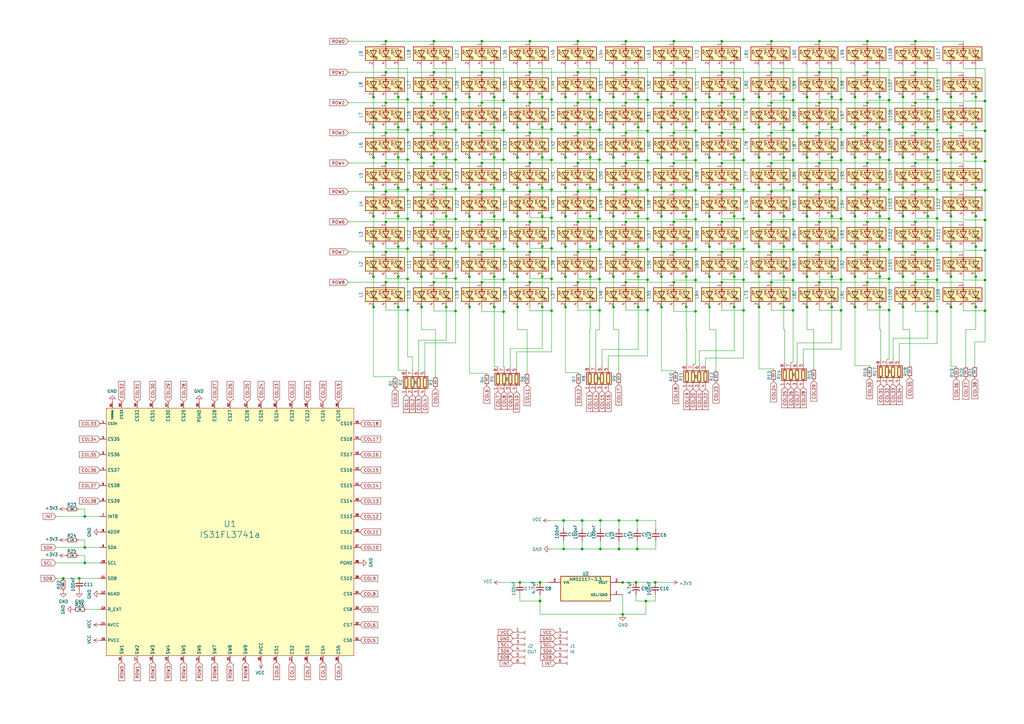
<source format=kicad_sch>
(kicad_sch (version 20211123) (generator eeschema)
  (paper "A3")
  (junction (at 276.3774 103.3018))
  (junction (at 255.397 238.887))
  (junction (at 242.0874 39.8018))
  (junction (at 226.2124 127.4318))
  (junction (at 251.6124 88.6968))
  (junction (at 290.9824 39.8018))
  (junction (at 197.6374 29.6418))
  (junction (at 336.0674 66.8528))
  (junction (at 265.5824 65.8368))
  (junction (at 296.0624 66.8528))
  (junction (at 212.2424 39.8018))
  (junction (at 330.9874 39.8018))
  (junction (at 364.6424 89.7128))
  (junction (at 360.8324 64.5668))
  (junction (at 336.0674 90.9828))
  (junction (at 192.5574 77.0128))
  (junction (at 271.2974 113.4618))
  (junction (at 271.2974 77.0128))
  (junction (at 183.0324 125.9078))
  (junction (at 296.0624 115.7478))
  (junction (at 256.6924 42.0878))
  (junction (at 390.0424 101.1428))
  (junction (at 242.0874 101.1428))
  (junction (at 197.6374 54.4068))
  (junction (at 364.6424 114.3508))
  (junction (at 350.6724 101.1428))
  (junction (at 360.8324 113.4618))
  (junction (at 261.366 213.487))
  (junction (at 296.0624 29.6418))
  (junction (at 311.3024 52.2478))
  (junction (at 192.5574 88.6968))
  (junction (at 256.6924 103.3018))
  (junction (at 217.3224 115.7478))
  (junction (at 344.9574 127.3048))
  (junction (at 153.1874 125.9078))
  (junction (at 350.6724 64.5668))
  (junction (at 350.6724 88.6968))
  (junction (at 404.0124 114.8588))
  (junction (at 251.6124 52.2478))
  (junction (at 330.9874 88.6968))
  (junction (at 186.8424 65.4558))
  (junction (at 344.9574 40.8178))
  (junction (at 163.3474 77.0128))
  (junction (at 242.0874 125.9078))
  (junction (at 197.6374 16.9418))
  (junction (at 341.1474 101.1428))
  (junction (at 158.2674 54.4068))
  (junction (at 364.6424 127.1778))
  (junction (at 260.858 238.887))
  (junction (at 237.0074 54.4068))
  (junction (at 163.3474 39.8018))
  (junction (at 261.366 225.171))
  (junction (at 245.8974 114.4778))
  (junction (at 380.5174 52.2478))
  (junction (at 231.9274 113.4618))
  (junction (at 290.9824 101.1428))
  (junction (at 246.253 225.171))
  (junction (at 344.9574 89.7128))
  (junction (at 221.488 246.507))
  (junction (at 206.5274 90.0938))
  (junction (at 281.4574 77.0128))
  (junction (at 316.3824 16.9418))
  (junction (at 281.4574 125.9078))
  (junction (at 380.5174 113.4618))
  (junction (at 153.1874 113.4618))
  (junction (at 285.2674 40.9448))
  (junction (at 341.1474 77.0128))
  (junction (at 177.9524 64.5668))
  (junction (at 261.7724 113.4618))
  (junction (at 186.8424 89.8398))
  (junction (at 285.2674 127.6858))
  (junction (at 304.9524 114.7318))
  (junction (at 226.2124 53.0098))
  (junction (at 341.1474 39.8018))
  (junction (at 404.0124 78.0288))
  (junction (at 256.6924 16.9418))
  (junction (at 350.6724 77.0128))
  (junction (at 375.4374 54.4068))
  (junction (at 167.1574 40.8178))
  (junction (at 370.3574 52.2478))
  (junction (at 344.9574 102.2858))
  (junction (at 261.7724 52.2478))
  (junction (at 206.5274 41.1988))
  (junction (at 375.4374 90.9828))
  (junction (at 355.7524 78.5368))
  (junction (at 158.2674 29.6418))
  (junction (at 301.1424 113.4618))
  (junction (at 360.8324 125.9078))
  (junction (at 304.9524 127.3048))
  (junction (at 222.4024 113.4618))
  (junction (at 222.4024 125.9078))
  (junction (at 311.3024 125.9078))
  (junction (at 213.233 238.887))
  (junction (at 226.2124 89.3318))
  (junction (at 404.0124 53.6448))
  (junction (at 206.5274 65.4558))
  (junction (at 390.0424 64.5668))
  (junction (at 212.2424 113.4618))
  (junction (at 242.0874 64.5668))
  (junction (at 316.3824 42.0878))
  (junction (at 158.2674 115.7478))
  (junction (at 341.1474 52.2478))
  (junction (at 311.3024 101.1428))
  (junction (at 177.9524 29.6418))
  (junction (at 384.3274 89.5858))
  (junction (at 311.3024 88.6968))
  (junction (at 32.512 237.236))
  (junction (at 316.3824 103.3018))
  (junction (at 384.3274 114.7318))
  (junction (at 400.2024 101.1428))
  (junction (at 222.4024 52.2478))
  (junction (at 231.9274 39.8018))
  (junction (at 336.0674 54.4068))
  (junction (at 325.2724 114.8588))
  (junction (at 355.7524 115.7478))
  (junction (at 370.3574 101.1428))
  (junction (at 242.0874 113.4618))
  (junction (at 301.1424 39.8018))
  (junction (at 251.6124 64.5668))
  (junction (at 360.8324 77.0128))
  (junction (at 251.6124 125.9078))
  (junction (at 177.9524 78.5368))
  (junction (at 271.2974 64.5668))
  (junction (at 172.8724 101.1428))
  (junction (at 238.76 213.487))
  (junction (at 360.8324 101.1428))
  (junction (at 217.3224 90.9828))
  (junction (at 301.1424 88.6968))
  (junction (at 404.0124 102.6668))
  (junction (at 370.3574 39.8018))
  (junction (at 226.2124 77.7748))
  (junction (at 265.5824 40.9448))
  (junction (at 202.7174 39.8018))
  (junction (at 158.2674 103.3018))
  (junction (at 256.6924 54.4068))
  (junction (at 390.0424 113.4618))
  (junction (at 404.0124 66.0908))
  (junction (at 380.5174 39.8018))
  (junction (at 360.8324 52.2478))
  (junction (at 400.2024 39.8018))
  (junction (at 285.2674 102.2858))
  (junction (at 163.3474 101.1428))
  (junction (at 380.5174 64.5668))
  (junction (at 153.1874 64.5668))
  (junction (at 172.8724 39.8018))
  (junction (at 261.7724 88.6968))
  (junction (at 355.7524 16.9418))
  (junction (at 304.9524 40.8178))
  (junction (at 167.1574 65.4558))
  (junction (at 183.0324 64.5668))
  (junction (at 245.8974 102.2858))
  (junction (at 380.5174 77.0128))
  (junction (at 245.8974 40.9448))
  (junction (at 360.8324 88.6968))
  (junction (at 186.8424 77.5208))
  (junction (at 34.798 224.536))
  (junction (at 265.5824 102.2858))
  (junction (at 264.922 246.507))
  (junction (at 375.4374 29.6418))
  (junction (at 231.9274 88.6968))
  (junction (at 186.8424 114.2238))
  (junction (at 330.9874 64.5668))
  (junction (at 261.7724 64.5668))
  (junction (at 217.3224 54.4068))
  (junction (at 364.6424 102.2858))
  (junction (at 384.3274 77.7748))
  (junction (at 192.5574 101.1428))
  (junction (at 265.5824 89.7128))
  (junction (at 390.0424 52.2478))
  (junction (at 222.4024 101.1428))
  (junction (at 231.14 213.487))
  (junction (at 390.0424 77.0128))
  (junction (at 304.9524 89.7128))
  (junction (at 304.9524 77.7748))
  (junction (at 325.2724 77.9018))
  (junction (at 34.798 211.836))
  (junction (at 265.5824 77.9018))
  (junction (at 384.3274 40.8178))
  (junction (at 370.3574 77.0128))
  (junction (at 153.1874 101.1428))
  (junction (at 256.6924 115.7478))
  (junction (at 158.2674 90.9828))
  (junction (at 251.6124 101.1428))
  (junction (at 350.6724 125.9078))
  (junction (at 256.6924 66.8528))
  (junction (at 290.9824 52.2478))
  (junction (at 186.8424 40.8178))
  (junction (at 186.8424 53.2638))
  (junction (at 217.3224 66.8528))
  (junction (at 384.3274 102.2858))
  (junction (at 330.9874 125.9078))
  (junction (at 355.7524 54.4068))
  (junction (at 261.7724 101.1428))
  (junction (at 222.4024 64.5668))
  (junction (at 172.8724 64.5668))
  (junction (at 212.2424 101.1428))
  (junction (at 316.3824 29.6418))
  (junction (at 400.2024 64.5668))
  (junction (at 183.0324 39.8018))
  (junction (at 192.5574 52.2478))
  (junction (at 186.8424 102.0318))
  (junction (at 311.3024 77.0128))
  (junction (at 202.7174 64.5668))
  (junction (at 197.6374 90.9828))
  (junction (at 355.7524 66.8528))
  (junction (at 304.9524 65.7098))
  (junction (at 242.0874 88.6968))
  (junction (at 281.4574 64.5668))
  (junction (at 330.9874 77.0128))
  (junction (at 153.1874 39.8018))
  (junction (at 390.0424 125.9078))
  (junction (at 251.6124 77.0128))
  (junction (at 226.2124 65.5828))
  (junction (at 311.3024 113.4618))
  (junction (at 384.3274 127.6858))
  (junction (at 226.2124 101.9048))
  (junction (at 231.9274 125.9078))
  (junction (at 296.0624 16.9418))
  (junction (at 296.0624 42.0878))
  (junction (at 237.0074 78.5368))
  (junction (at 311.3024 39.8018))
  (junction (at 344.9574 77.7748))
  (junction (at 222.4024 77.0128))
  (junction (at 321.4624 39.8018))
  (junction (at 202.7174 77.0128))
  (junction (at 375.4374 103.3018))
  (junction (at 325.2724 41.0718))
  (junction (at 380.5174 101.1428))
  (junction (at 276.3774 66.8528))
  (junction (at 197.6374 103.3018))
  (junction (at 265.5824 114.7318))
  (junction (at 202.7174 88.6968))
  (junction (at 400.2024 88.6968))
  (junction (at 256.6924 29.6418))
  (junction (at 197.6374 42.0878))
  (junction (at 321.4624 64.5668))
  (junction (at 321.4624 101.1428))
  (junction (at 245.8974 89.7128))
  (junction (at 246.253 213.487))
  (junction (at 304.9524 102.1588))
  (junction (at 285.2674 65.7098))
  (junction (at 336.0674 78.5368))
  (junction (at 222.4024 88.6968))
  (junction (at 364.6424 53.2638))
  (junction (at 183.0324 88.6968))
  (junction (at 390.0424 39.8018))
  (junction (at 245.8974 127.3048))
  (junction (at 153.1874 52.2478))
  (junction (at 276.3774 29.6418))
  (junction (at 177.9524 103.3018))
  (junction (at 400.2024 77.0128))
  (junction (at 251.6124 113.4618))
  (junction (at 245.8974 53.2638))
  (junction (at 268.732 238.887))
  (junction (at 276.3774 115.7478))
  (junction (at 380.5174 125.9078))
  (junction (at 231.9274 77.0128))
  (junction (at 231.9274 64.5668))
  (junction (at 281.4574 101.1428))
  (junction (at 355.7524 42.0878))
  (junction (at 255.397 251.968))
  (junction (at 400.2024 125.9078))
  (junction (at 380.5174 88.6968))
  (junction (at 245.8974 65.4558))
  (junction (at 158.2674 78.5368))
  (junction (at 276.3774 42.0878))
  (junction (at 197.6374 78.5368))
  (junction (at 330.9874 101.1428))
  (junction (at 221.488 238.887))
  (junction (at 301.1424 101.1428))
  (junction (at 290.9824 88.6968))
  (junction (at 217.3224 16.9418))
  (junction (at 364.6424 77.7748))
  (junction (at 400.2024 52.2478))
  (junction (at 271.2974 88.6968))
  (junction (at 276.3774 16.9418))
  (junction (at 350.6724 39.8018))
  (junction (at 364.6424 41.0718))
  (junction (at 192.5574 113.4618))
  (junction (at 206.5274 77.7748))
  (junction (at 222.4024 39.8018))
  (junction (at 325.2724 53.3908))
  (junction (at 344.9574 53.1368))
  (junction (at 370.3574 88.6968))
  (junction (at 276.3774 54.4068))
  (junction (at 285.2674 53.5178))
  (junction (at 167.1574 77.7748))
  (junction (at 192.5574 64.5668))
  (junction (at 265.5824 127.1778))
  (junction (at 336.0674 103.3018))
  (junction (at 212.2424 64.5668))
  (junction (at 375.4374 78.5368))
  (junction (at 316.3824 78.5368))
  (junction (at 237.0074 66.8528))
  (junction (at 285.2674 114.8588))
  (junction (at 212.2424 77.0128))
  (junction (at 231.14 225.171))
  (junction (at 341.1474 125.9078))
  (junction (at 202.7174 52.2478))
  (junction (at 202.7174 101.1428))
  (junction (at 271.2974 101.1428))
  (junction (at 172.8724 113.4618))
  (junction (at 163.3474 125.9078))
  (junction (at 237.0074 16.9418))
  (junction (at 285.2674 77.9018))
  (junction (at 253.873 225.171))
  (junction (at 321.4624 113.4618))
  (junction (at 375.4374 66.8528))
  (junction (at 177.9524 66.8528))
  (junction (at 316.3824 66.8528))
  (junction (at 341.1474 64.5668))
  (junction (at 183.0324 77.0128))
  (junction (at 177.9524 115.7478))
  (junction (at 172.8724 88.6968))
  (junction (at 355.7524 29.6418))
  (junction (at 311.3024 64.5668))
  (junction (at 206.5274 53.3908))
  (junction (at 384.3274 65.5828))
  (junction (at 177.9524 54.4068))
  (junction (at 321.4624 52.2478))
  (junction (at 245.8974 77.7748))
  (junction (at 375.4374 42.0878))
  (junction (at 172.8724 77.0128))
  (junction (at 321.4624 88.6968))
  (junction (at 217.3224 29.6418))
  (junction (at 281.4574 39.8018))
  (junction (at 296.0624 54.4068))
  (junction (at 271.2974 52.2478))
  (junction (at 290.9824 125.9078))
  (junction (at 192.5574 39.8018))
  (junction (at 261.7724 39.8018))
  (junction (at 370.3574 64.5668))
  (junction (at 400.2024 113.4618))
  (junction (at 285.2674 89.9668))
  (junction (at 290.9824 113.4618))
  (junction (at 153.1874 88.6968))
  (junction (at 183.0324 101.1428))
  (junction (at 163.3474 52.2478))
  (junction (at 301.1424 52.2478))
  (junction (at 163.3474 88.6968))
  (junction (at 172.8724 52.2478))
  (junction (at 237.0074 29.6418))
  (junction (at 253.873 213.487))
  (junction (at 370.3574 113.4618))
  (junction (at 206.5274 102.1588))
  (junction (at 261.7724 125.9078))
  (junction (at 325.2724 127.3048))
  (junction (at 167.1574 102.0318))
  (junction (at 390.0424 88.6968))
  (junction (at 163.3474 64.5668))
  (junction (at 281.4574 52.2478))
  (junction (at 370.3574 125.9078))
  (junction (at 226.2124 114.3508))
  (junction (at 251.6124 39.8018))
  (junction (at 265.5824 53.6448))
  (junction (at 296.0624 103.3018))
  (junction (at 375.4374 115.7478))
  (junction (at 212.2424 88.6968))
  (junction (at 350.6724 52.2478))
  (junction (at 177.9524 16.9418))
  (junction (at 384.3274 53.2638))
  (junction (at 256.6924 90.9828))
  (junction (at 167.1574 127.1778))
  (junction (at 336.0674 29.6418))
  (junction (at 325.2724 102.2858))
  (junction (at 360.8324 39.8018))
  (junction (at 341.1474 88.6968))
  (junction (at 237.0074 90.9828))
  (junction (at 404.0124 41.4528))
  (junction (at 290.9824 64.5668))
  (junction (at 217.3224 103.3018))
  (junction (at 158.2674 66.8528))
  (junction (at 355.7524 90.9828))
  (junction (at 271.2974 39.8018))
  (junction (at 212.2424 52.2478))
  (junction (at 34.798 230.886))
  (junction (at 316.3824 90.9828))
  (junction (at 321.4624 77.0128))
  (junction (at 336.0674 115.7478))
  (junction (at 197.6374 66.8528))
  (junction (at 217.3224 78.5368))
  (junction (at 341.1474 113.4618))
  (junction (at 290.9824 77.0128))
  (junction (at 344.9574 114.6048))
  (junction (at 355.7524 103.3018))
  (junction (at 237.0074 42.0878))
  (junction (at 281.4574 113.4618))
  (junction (at 158.2674 42.0878))
  (junction (at 163.3474 113.4618))
  (junction (at 167.1574 89.7128))
  (junction (at 238.76 225.171))
  (junction (at 202.7174 125.9078))
  (junction (at 344.9574 65.7098))
  (junction (at 336.0674 42.0878))
  (junction (at 316.3824 115.7478))
  (junction (at 206.5274 114.6048))
  (junction (at 167.1574 114.3508))
  (junction (at 192.5574 125.9078))
  (junction (at 217.3224 42.0878))
  (junction (at 25.908 237.236))
  (junction (at 304.9524 53.1368))
  (junction (at 158.2674 16.9418))
  (junction (at 212.2424 125.9078))
  (junction (at 202.7174 113.4618))
  (junction (at 271.2974 125.9078))
  (junction (at 336.0674 16.9418))
  (junction (at 316.3824 54.4068))
  (junction (at 231.9274 52.2478))
  (junction (at 325.2724 65.7098))
  (junction (at 404.0124 127.4318))
  (junction (at 177.9524 90.9828))
  (junction (at 206.5274 127.8128))
  (junction (at 237.0074 103.3018))
  (junction (at 256.6924 78.5368))
  (junction (at 242.0874 77.0128))
  (junction (at 330.9874 52.2478))
  (junction (at 301.1424 77.0128))
  (junction (at 261.7724 77.0128))
  (junction (at 330.9874 113.4618))
  (junction (at 281.4574 88.6968))
  (junction (at 404.0124 90.2208))
  (junction (at 301.1424 125.9078))
  (junction (at 177.9524 42.0878))
  (junction (at 375.4374 16.9418))
  (junction (at 321.4624 125.9078))
  (junction (at 237.0074 115.7478))
  (junction (at 301.1424 64.5668))
  (junction (at 172.8724 125.9078))
  (junction (at 226.2124 40.8178))
  (junction (at 364.6424 65.5828))
  (junction (at 350.6724 113.4618))
  (junction (at 183.0324 113.4618))
  (junction (at 242.0874 52.2478))
  (junction (at 276.3774 90.9828))
  (junction (at 153.1874 77.0128))
  (junction (at 167.1574 53.2638))
  (junction (at 197.6374 115.7478))
  (junction (at 296.0624 90.9828))
  (junction (at 186.8424 127.5588))
  (junction (at 325.2724 90.0938))
  (junction (at 183.0324 52.2478))
  (junction (at 231.9274 101.1428))
  (junction (at 296.0624 78.5368))
  (junction (at 276.3774 78.5368))
  (wire (pts (xy 370.3574 27.1018) (xy 370.3574 39.8018)))
  (wire (pts (xy 172.8724 88.6968) (xy 172.8724 101.1428)))
  (wire (pts (xy 286.7914 149.4028) (xy 286.7914 143.8148)))
  (wire (pts (xy 217.3224 77.7748) (xy 226.2124 77.7748)))
  (wire (pts (xy 177.9524 54.4068) (xy 197.6374 54.4068)))
  (wire (pts (xy 167.1574 77.7748) (xy 167.1574 89.7128)))
  (wire (pts (xy 256.6924 101.1428) (xy 256.6924 102.2858)))
  (wire (pts (xy 360.8324 52.2478) (xy 360.8324 64.5668)))
  (wire (pts (xy 325.2724 41.0718) (xy 325.2724 53.3908)))
  (wire (pts (xy 276.3774 64.5668) (xy 276.3774 65.7098)))
  (wire (pts (xy 231.14 221.742) (xy 231.14 225.171)))
  (wire (pts (xy 375.4374 39.8018) (xy 375.4374 40.8178)))
  (wire (pts (xy 368.8334 140.8938) (xy 368.8334 147.3708)))
  (wire (pts (xy 158.2674 29.6418) (xy 177.9524 29.6418)))
  (wire (pts (xy 246.253 213.487) (xy 246.253 216.789)))
  (wire (pts (xy 296.0624 39.8018) (xy 296.0624 40.8178)))
  (wire (pts (xy 276.3774 113.4618) (xy 276.3774 114.8588)))
  (wire (pts (xy 395.1224 113.4618) (xy 395.1224 114.8588)))
  (wire (pts (xy 350.6724 150.0378) (xy 356.6414 150.0378)))
  (wire (pts (xy 350.6724 52.2478) (xy 350.6724 64.5668)))
  (wire (pts (xy 186.8424 140.6398) (xy 186.8424 127.5588)))
  (wire (pts (xy 336.0674 77.0128) (xy 336.0674 77.7748)))
  (wire (pts (xy 364.6424 102.2858) (xy 364.6424 114.3508)))
  (wire (pts (xy 197.6374 101.1428) (xy 197.6374 102.1588)))
  (wire (pts (xy 344.9574 114.6048) (xy 344.9574 127.3048)))
  (wire (pts (xy 177.9524 90.9828) (xy 158.2674 90.9828)))
  (wire (pts (xy 241.8334 150.1648) (xy 241.8334 135.1788)))
  (wire (pts (xy 217.3224 52.2478) (xy 217.3224 53.0098)))
  (wire (pts (xy 221.488 251.968) (xy 255.397 251.968)))
  (wire (pts (xy 163.3474 77.0128) (xy 163.3474 88.6968)))
  (wire (pts (xy 336.0674 114.6048) (xy 344.9574 114.6048)))
  (wire (pts (xy 360.8324 88.6968) (xy 360.8324 101.1428)))
  (wire (pts (xy 316.3824 27.1018) (xy 316.3824 28.1178)))
  (wire (pts (xy 256.6924 125.9078) (xy 256.6924 127.1778)))
  (wire (pts (xy 290.9824 52.2478) (xy 290.9824 64.5668)))
  (wire (pts (xy 316.3824 101.1428) (xy 316.3824 102.2858)))
  (wire (pts (xy 256.6924 88.6968) (xy 256.6924 89.7128)))
  (wire (pts (xy 34.798 227.838) (xy 34.798 230.886)))
  (wire (pts (xy 281.4574 52.2478) (xy 281.4574 64.5668)))
  (wire (pts (xy 390.0424 101.1428) (xy 390.0424 113.4618)))
  (wire (pts (xy 355.7524 29.6418) (xy 375.4374 29.6418)))
  (wire (pts (xy 316.3824 16.9418) (xy 296.0624 16.9418)))
  (wire (pts (xy 355.7524 41.0718) (xy 364.6424 41.0718)))
  (wire (pts (xy 253.873 225.171) (xy 246.253 225.171)))
  (wire (pts (xy 336.0674 65.7098) (xy 344.9574 65.7098)))
  (wire (pts (xy 192.5574 113.4618) (xy 192.5574 125.9078)))
  (wire (pts (xy 177.9524 102.0318) (xy 186.8424 102.0318)))
  (wire (pts (xy 360.8324 77.0128) (xy 360.8324 88.6968)))
  (wire (pts (xy 395.1224 42.0878) (xy 375.4374 42.0878)))
  (wire (pts (xy 177.9524 16.9418) (xy 158.2674 16.9418)))
  (wire (pts (xy 276.3774 53.5178) (xy 285.2674 53.5178)))
  (wire (pts (xy 316.3824 113.4618) (xy 316.3824 114.8588)))
  (wire (pts (xy 197.6374 77.7748) (xy 206.5274 77.7748)))
  (wire (pts (xy 197.6374 65.4558) (xy 206.5274 65.4558)))
  (wire (pts (xy 330.9874 52.2478) (xy 330.9874 64.5668)))
  (wire (pts (xy 177.9524 28.1178) (xy 186.8424 28.1178)))
  (wire (pts (xy 370.3574 125.9078) (xy 370.3574 135.1788)))
  (wire (pts (xy 153.1874 154.4828) (xy 153.1874 125.9078)))
  (wire (pts (xy 231.14 213.487) (xy 238.76 213.487)))
  (wire (pts (xy 238.76 216.789) (xy 238.76 213.487)))
  (wire (pts (xy 163.3474 151.8158) (xy 166.6494 151.8158)))
  (wire (pts (xy 375.4374 29.6418) (xy 395.1224 29.6418)))
  (wire (pts (xy 217.3224 16.9418) (xy 197.6374 16.9418)))
  (wire (pts (xy 255.397 251.968) (xy 264.922 251.968)))
  (wire (pts (xy 400.2024 135.1788) (xy 400.2024 125.9078)))
  (wire (pts (xy 355.7524 127.1778) (xy 364.6424 127.1778)))
  (wire (pts (xy 158.2674 101.1428) (xy 158.2674 102.0318)))
  (wire (pts (xy 370.3574 39.8018) (xy 370.3574 52.2478)))
  (wire (pts (xy 265.5824 145.9738) (xy 249.4534 145.9738)))
  (wire (pts (xy 316.3824 78.5368) (xy 336.0674 78.5368)))
  (wire (pts (xy 301.1424 113.4618) (xy 301.1424 125.9078)))
  (wire (pts (xy 197.6374 115.7478) (xy 217.3224 115.7478)))
  (wire (pts (xy 177.9524 42.0878) (xy 158.2674 42.0878)))
  (wire (pts (xy 341.1474 27.1018) (xy 341.1474 39.8018)))
  (wire (pts (xy 301.1424 64.5668) (xy 301.1424 77.0128)))
  (wire (pts (xy 261.366 213.487) (xy 268.986 213.487)))
  (wire (pts (xy 390.0424 77.0128) (xy 390.0424 88.6968)))
  (wire (pts (xy 226.2124 65.5828) (xy 226.2124 77.7748)))
  (wire (pts (xy 296.0624 28.1178) (xy 304.9524 28.1178)))
  (wire (pts (xy 296.0624 78.5368) (xy 316.3824 78.5368)))
  (wire (pts (xy 256.6924 64.5668) (xy 256.6924 65.8368)))
  (wire (pts (xy 336.0674 77.7748) (xy 344.9574 77.7748)))
  (wire (pts (xy 375.4374 16.9418) (xy 355.7524 16.9418)))
  (wire (pts (xy 163.3474 64.5668) (xy 163.3474 77.0128)))
  (wire (pts (xy 296.0624 88.6968) (xy 296.0624 89.7128)))
  (wire (pts (xy 209.3214 142.9258) (xy 222.4024 142.9258)))
  (wire (pts (xy 336.0674 89.7128) (xy 344.9574 89.7128)))
  (wire (pts (xy 177.9524 64.5668) (xy 177.9524 65.4558)))
  (wire (pts (xy 178.5874 154.2288) (xy 178.5874 135.1788)))
  (wire (pts (xy 206.5274 127.8128) (xy 206.5274 114.6048)))
  (wire (pts (xy 316.3824 90.9828) (xy 296.0624 90.9828)))
  (wire (pts (xy 390.0424 39.8018) (xy 390.0424 52.2478)))
  (wire (pts (xy 325.2724 114.8588) (xy 325.2724 127.3048)))
  (wire (pts (xy 22.987 237.236) (xy 25.908 237.236)))
  (wire (pts (xy 380.5174 77.0128) (xy 380.5174 88.6968)))
  (wire (pts (xy 271.2974 101.1428) (xy 271.2974 113.4618)))
  (wire (pts (xy 301.1424 27.1018) (xy 301.1424 39.8018)))
  (wire (pts (xy 202.7174 150.4188) (xy 204.2414 150.4188)))
  (wire (pts (xy 206.5274 114.6048) (xy 206.5274 102.1588)))
  (wire (pts (xy 256.6924 89.7128) (xy 265.5824 89.7128)))
  (wire (pts (xy 178.5874 135.1788) (xy 172.8724 135.1788)))
  (wire (pts (xy 370.3574 113.4618) (xy 370.3574 125.9078)))
  (wire (pts (xy 217.3224 66.8528) (xy 197.6374 66.8528)))
  (wire (pts (xy 183.0324 77.0128) (xy 183.0324 88.6968)))
  (wire (pts (xy 32.131 221.488) (xy 34.798 221.488)))
  (wire (pts (xy 206.7814 150.4188) (xy 206.5274 150.4188)))
  (wire (pts (xy 361.2134 147.3708) (xy 361.2134 135.1788)))
  (wire (pts (xy 237.0074 16.9418) (xy 217.3224 16.9418)))
  (wire (pts (xy 192.5574 27.1018) (xy 192.5574 39.8018)))
  (wire (pts (xy 316.3824 29.6418) (xy 336.0674 29.6418)))
  (wire (pts (xy 261.7724 39.8018) (xy 261.7724 52.2478)))
  (wire (pts (xy 395.1224 66.0908) (xy 404.0124 66.0908)))
  (wire (pts (xy 167.1574 102.0318) (xy 167.1574 114.3508)))
  (wire (pts (xy 177.9524 114.2238) (xy 186.8424 114.2238)))
  (wire (pts (xy 222.4024 27.1018) (xy 222.4024 39.8018)))
  (wire (pts (xy 316.3824 103.3018) (xy 336.0674 103.3018)))
  (wire (pts (xy 375.4374 65.5828) (xy 384.3274 65.5828)))
  (wire (pts (xy 390.0424 88.6968) (xy 390.0424 101.1428)))
  (wire (pts (xy 355.7524 101.1428) (xy 355.7524 102.2858)))
  (wire (pts (xy 400.2024 125.9078) (xy 400.2024 113.4618)))
  (wire (pts (xy 177.9524 115.7478) (xy 197.6374 115.7478)))
  (wire (pts (xy 370.3574 101.1428) (xy 370.3574 113.4618)))
  (wire (pts (xy 158.2674 16.9418) (xy 142.9004 16.9418)))
  (wire (pts (xy 153.1874 27.1018) (xy 153.1874 39.8018)))
  (wire (pts (xy 268.986 216.916) (xy 268.986 213.487)))
  (wire (pts (xy 192.5574 77.0128) (xy 192.5574 88.6968)))
  (wire (pts (xy 256.6924 29.6418) (xy 276.3774 29.6418)))
  (wire (pts (xy 375.4374 115.7478) (xy 395.1224 115.7478)))
  (wire (pts (xy 217.3224 28.1178) (xy 226.2124 28.1178)))
  (wire (pts (xy 256.6924 102.2858) (xy 265.5824 102.2858)))
  (wire (pts (xy 197.6374 113.4618) (xy 197.6374 114.6048)))
  (wire (pts (xy 246.253 213.487) (xy 253.873 213.487)))
  (wire (pts (xy 325.2724 148.6408) (xy 324.3834 148.6408)))
  (wire (pts (xy 304.9524 77.7748) (xy 304.9524 89.7128)))
  (wire (pts (xy 206.5274 102.1588) (xy 206.5274 90.0938)))
  (wire (pts (xy 316.3824 41.0718) (xy 325.2724 41.0718)))
  (wire (pts (xy 336.0674 40.8178) (xy 344.9574 40.8178)))
  (wire (pts (xy 183.0324 52.2478) (xy 183.0324 64.5668)))
  (wire (pts (xy 217.3224 78.5368) (xy 237.0074 78.5368)))
  (wire (pts (xy 375.4374 78.5368) (xy 395.1224 78.5368)))
  (wire (pts (xy 158.2674 103.3018) (xy 177.9524 103.3018)))
  (wire (pts (xy 336.0674 29.6418) (xy 355.7524 29.6418)))
  (wire (pts (xy 395.1224 78.0288) (xy 404.0124 78.0288)))
  (wire (pts (xy 226.2124 28.1178) (xy 226.2124 40.8178)))
  (wire (pts (xy 172.8724 39.8018) (xy 172.8724 52.2478)))
  (wire (pts (xy 296.0624 42.0878) (xy 276.3774 42.0878)))
  (wire (pts (xy 276.3774 52.2478) (xy 276.3774 53.5178)))
  (wire (pts (xy 350.6724 113.4618) (xy 350.6724 125.9078)))
  (wire (pts (xy 360.8324 64.5668) (xy 360.8324 77.0128)))
  (wire (pts (xy 256.6924 27.1018) (xy 256.6924 28.1178)))
  (wire (pts (xy 316.3824 64.5668) (xy 316.3824 65.7098)))
  (wire (pts (xy 256.6924 28.1178) (xy 265.5824 28.1178)))
  (wire (pts (xy 276.3774 66.8528) (xy 256.6924 66.8528)))
  (wire (pts (xy 289.3314 146.8628) (xy 289.3314 149.4028)))
  (wire (pts (xy 192.5574 101.1428) (xy 192.5574 113.4618)))
  (wire (pts (xy 237.0074 65.4558) (xy 245.8974 65.4558)))
  (wire (pts (xy 316.3824 28.1178) (xy 325.2724 28.1178)))
  (wire (pts (xy 360.8324 27.1018) (xy 360.8324 39.8018)))
  (wire (pts (xy 281.4574 101.1428) (xy 281.4574 113.4618)))
  (wire (pts (xy 217.3224 114.3508) (xy 226.2124 114.3508)))
  (wire (pts (xy 304.9524 65.7098) (xy 304.9524 77.7748)))
  (wire (pts (xy 217.3224 42.0878) (xy 197.6374 42.0878)))
  (wire (pts (xy 221.488 243.967) (xy 221.488 246.507)))
  (wire (pts (xy 341.1474 88.6968) (xy 341.1474 101.1428)))
  (wire (pts (xy 192.5574 88.6968) (xy 192.5574 101.1428)))
  (wire (pts (xy 336.0674 113.4618) (xy 336.0674 114.6048)))
  (wire (pts (xy 242.0874 88.6968) (xy 242.0874 101.1428)))
  (wire (pts (xy 238.76 225.171) (xy 231.14 225.171)))
  (wire (pts (xy 316.3824 127.3048) (xy 325.2724 127.3048)))
  (wire (pts (xy 231.9274 64.5668) (xy 231.9274 77.0128)))
  (wire (pts (xy 246.9134 150.1648) (xy 246.9134 143.3068)))
  (wire (pts (xy 311.3024 113.4618) (xy 311.3024 125.9078)))
  (wire (pts (xy 344.9574 40.8178) (xy 344.9574 53.1368)))
  (wire (pts (xy 256.6924 90.9828) (xy 237.0074 90.9828)))
  (wire (pts (xy 316.3824 65.7098) (xy 325.2724 65.7098)))
  (wire (pts (xy 242.0874 101.1428) (xy 242.0874 113.4618)))
  (wire (pts (xy 212.2424 52.2478) (xy 212.2424 64.5668)))
  (wire (pts (xy 380.5174 52.2478) (xy 380.5174 64.5668)))
  (wire (pts (xy 172.8724 113.4618) (xy 172.8724 125.9078)))
  (wire (pts (xy 253.7714 152.5778) (xy 253.7714 135.1788)))
  (wire (pts (xy 261.7724 88.6968) (xy 261.7724 101.1428)))
  (wire (pts (xy 158.2674 127.1778) (xy 167.1574 127.1778)))
  (wire (pts (xy 400.2024 52.2478) (xy 400.2024 39.8018)))
  (wire (pts (xy 222.4024 113.4618) (xy 222.4024 125.9078)))
  (wire (pts (xy 333.7814 135.1788) (xy 330.9874 135.1788)))
  (wire (pts (xy 34.798 230.886) (xy 41.021 230.886)))
  (wire (pts (xy 336.0674 52.2478) (xy 336.0674 53.1368)))
  (wire (pts (xy 237.0074 125.9078) (xy 237.0074 127.3048)))
  (wire (pts (xy 222.4024 77.0128) (xy 222.4024 88.6968)))
  (wire (pts (xy 237.0074 114.4778) (xy 245.8974 114.4778)))
  (wire (pts (xy 384.3274 140.8938) (xy 384.3274 127.6858)))
  (wire (pts (xy 304.9524 89.7128) (xy 304.9524 102.1588)))
  (wire (pts (xy 344.9574 53.1368) (xy 344.9574 65.7098)))
  (wire (pts (xy 285.2674 77.9018) (xy 285.2674 89.9668)))
  (wire (pts (xy 321.4624 39.8018) (xy 321.4624 52.2478)))
  (wire (pts (xy 260.858 243.967) (xy 260.858 246.507)))
  (wire (pts (xy 212.2424 88.6968) (xy 212.2424 101.1428)))
  (wire (pts (xy 158.2674 89.7128) (xy 167.1574 89.7128)))
  (wire (pts (xy 32.512 237.236) (xy 41.021 237.236)))
  (wire (pts (xy 192.5574 153.0858) (xy 192.5574 125.9078)))
  (wire (pts (xy 400.2024 113.4618) (xy 400.2024 101.1428)))
  (wire (pts (xy 396.1384 150.1648) (xy 396.1384 135.1788)))
  (wire (pts (xy 158.2674 54.4068) (xy 142.9004 54.4068)))
  (wire (pts (xy 364.6424 89.7128) (xy 364.6424 102.2858)))
  (wire (pts (xy 296.0624 66.8528) (xy 276.3774 66.8528)))
  (wire (pts (xy 329.4634 143.1798) (xy 329.4634 148.6408)))
  (wire (pts (xy 256.6924 54.4068) (xy 276.3774 54.4068)))
  (wire (pts (xy 276.3774 27.1018) (xy 276.3774 28.1178)))
  (wire (pts (xy 251.6124 88.6968) (xy 251.6124 101.1428)))
  (wire (pts (xy 276.3774 88.6968) (xy 276.3774 89.9668)))
  (wire (pts (xy 206.5274 53.3908) (xy 206.5274 41.1988)))
  (wire (pts (xy 242.0874 77.0128) (xy 242.0874 88.6968)))
  (wire (pts (xy 264.922 251.968) (xy 264.922 246.507)))
  (wire (pts (xy 355.7524 65.5828) (xy 364.6424 65.5828)))
  (wire (pts (xy 246.253 225.171) (xy 238.76 225.171)))
  (wire (pts (xy 364.6424 65.5828) (xy 364.6424 77.7748)))
  (wire (pts (xy 260.858 246.507) (xy 264.922 246.507)))
  (wire (pts (xy 158.2674 27.1018) (xy 158.2674 28.1178)))
  (wire (pts (xy 375.4374 101.1428) (xy 375.4374 102.2858)))
  (wire (pts (xy 316.3824 52.2478) (xy 316.3824 53.3908)))
  (wire (pts (xy 245.8974 40.9448) (xy 245.8974 53.2638)))
  (wire (pts (xy 265.5824 77.9018) (xy 265.5824 89.7128)))
  (wire (pts (xy 158.2674 125.9078) (xy 158.2674 127.1778)))
  (wire (pts (xy 373.1514 149.7838) (xy 373.1514 135.1788)))
  (wire (pts (xy 395.1224 28.1178) (xy 404.0124 28.1178)))
  (wire (pts (xy 256.6924 77.9018) (xy 265.5824 77.9018)))
  (wire (pts (xy 177.9524 29.6418) (xy 197.6374 29.6418)))
  (wire (pts (xy 158.2674 78.5368) (xy 142.9004 78.5368)))
  (wire (pts (xy 217.3224 90.9828) (xy 197.6374 90.9828)))
  (wire (pts (xy 293.6494 151.8158) (xy 293.6494 135.1788)))
  (wire (pts (xy 237.0074 28.1178) (xy 245.8974 28.1178)))
  (wire (pts (xy 32.131 208.788) (xy 34.798 208.788)))
  (wire (pts (xy 296.0624 65.7098) (xy 304.9524 65.7098)))
  (wire (pts (xy 242.0874 64.5668) (xy 242.0874 77.0128)))
  (wire (pts (xy 395.1224 77.0128) (xy 395.1224 78.0288)))
  (wire (pts (xy 375.4374 28.1178) (xy 384.3274 28.1178)))
  (wire (pts (xy 290.9824 125.9078) (xy 290.9824 135.1788)))
  (wire (pts (xy 341.1474 39.8018) (xy 341.1474 52.2478)))
  (wire (pts (xy 231.9274 77.0128) (xy 231.9274 88.6968)))
  (wire (pts (xy 375.4374 52.2478) (xy 375.4374 53.2638)))
  (wire (pts (xy 202.7174 101.1428) (xy 202.7174 113.4618)))
  (wire (pts (xy 296.0624 77.0128) (xy 296.0624 77.7748)))
  (wire (pts (xy 316.3824 42.0878) (xy 296.0624 42.0878)))
  (wire (pts (xy 296.0624 101.1428) (xy 296.0624 102.1588)))
  (wire (pts (xy 192.5574 153.0858) (xy 199.6694 153.0858)))
  (wire (pts (xy 217.3224 127.4318) (xy 226.2124 127.4318)))
  (wire (pts (xy 256.6924 77.0128) (xy 256.6924 77.9018)))
  (wire (pts (xy 276.3774 65.7098) (xy 285.2674 65.7098)))
  (wire (pts (xy 336.0674 102.2858) (xy 344.9574 102.2858)))
  (wire (pts (xy 237.0074 66.8528) (xy 217.3224 66.8528)))
  (wire (pts (xy 281.4574 88.6968) (xy 281.4574 101.1428)))
  (wire (pts (xy 158.2674 28.1178) (xy 167.1574 28.1178)))
  (wire (pts (xy 395.1224 41.4528) (xy 404.0124 41.4528)))
  (wire (pts (xy 344.9574 77.7748) (xy 344.9574 89.7128)))
  (wire (pts (xy 222.4024 88.6968) (xy 222.4024 101.1428)))
  (wire (pts (xy 183.0324 139.4968) (xy 171.7294 139.4968)))
  (wire (pts (xy 341.1474 64.5668) (xy 341.1474 77.0128)))
  (wire (pts (xy 197.6374 41.1988) (xy 206.5274 41.1988)))
  (wire (pts (xy 177.9524 127.5588) (xy 186.8424 127.5588)))
  (wire (pts (xy 212.2424 64.5668) (xy 212.2424 77.0128)))
  (wire (pts (xy 217.3224 89.3318) (xy 226.2124 89.3318)))
  (wire (pts (xy 237.0074 103.3018) (xy 256.6924 103.3018)))
  (wire (pts (xy 336.0674 125.9078) (xy 336.0674 127.3048)))
  (wire (pts (xy 244.3734 135.1788) (xy 245.8974 135.1788)))
  (wire (pts (xy 186.8424 102.0318) (xy 186.8424 114.2238)))
  (wire (pts (xy 333.7814 151.0538) (xy 333.7814 135.1788)))
  (wire (pts (xy 380.5174 88.6968) (xy 380.5174 101.1428)))
  (wire (pts (xy 206.5274 41.1988) (xy 206.5274 28.1178)))
  (wire (pts (xy 245.8974 28.1178) (xy 245.8974 40.9448)))
  (wire (pts (xy 404.0124 41.4528) (xy 404.0124 53.6448)))
  (wire (pts (xy 355.7524 52.2478) (xy 355.7524 53.2638)))
  (wire (pts (xy 276.3774 101.1428) (xy 276.3774 102.2858)))
  (wire (pts (xy 276.3774 29.6418) (xy 296.0624 29.6418)))
  (wire (pts (xy 242.0874 52.2478) (xy 242.0874 64.5668)))
  (wire (pts (xy 153.1874 39.8018) (xy 153.1874 52.2478)))
  (wire (pts (xy 395.1224 102.6668) (xy 404.0124 102.6668)))
  (wire (pts (xy 375.4374 54.4068) (xy 395.1224 54.4068)))
  (wire (pts (xy 265.5824 89.7128) (xy 265.5824 102.2858)))
  (wire (pts (xy 350.6724 88.6968) (xy 350.6724 101.1428)))
  (wire (pts (xy 404.0124 28.1178) (xy 404.0124 41.4528)))
  (wire (pts (xy 296.0624 90.9828) (xy 276.3774 90.9828)))
  (wire (pts (xy 395.1224 127.4318) (xy 404.0124 127.4318)))
  (wire (pts (xy 177.9524 78.5368) (xy 197.6374 78.5368)))
  (wire (pts (xy 361.2134 135.1788) (xy 360.8324 135.1788)))
  (wire (pts (xy 163.3474 52.2478) (xy 163.3474 64.5668)))
  (wire (pts (xy 301.1424 101.1428) (xy 301.1424 113.4618)))
  (wire (pts (xy 390.0424 52.2478) (xy 390.0424 64.5668)))
  (wire (pts (xy 217.3224 53.0098) (xy 226.2124 53.0098)))
  (wire (pts (xy 276.3774 89.9668) (xy 285.2674 89.9668)))
  (wire (pts (xy 265.5824 145.9738) (xy 265.5824 127.1778)))
  (wire (pts (xy 330.9874 113.4618) (xy 330.9874 125.9078)))
  (wire (pts (xy 375.4374 64.5668) (xy 375.4374 65.5828)))
  (wire (pts (xy 245.8974 89.7128) (xy 245.8974 102.2858)))
  (wire (pts (xy 325.2724 28.1178) (xy 325.2724 41.0718)))
  (wire (pts (xy 261.7724 27.1018) (xy 261.7724 39.8018)))
  (wire (pts (xy 183.0324 27.1018) (xy 183.0324 39.8018)))
  (wire (pts (xy 380.5174 138.7348) (xy 380.5174 125.9078)))
  (wire (pts (xy 197.6374 103.3018) (xy 217.3224 103.3018)))
  (wire (pts (xy 244.3734 150.1648) (xy 244.3734 135.1788)))
  (wire (pts (xy 400.2024 77.0128) (xy 400.2024 64.5668)))
  (wire (pts (xy 316.3824 114.8588) (xy 325.2724 114.8588)))
  (wire (pts (xy 177.9524 77.0128) (xy 177.9524 77.5208)))
  (wire (pts (xy 311.3024 52.2478) (xy 311.3024 64.5668)))
  (wire (pts (xy 186.8424 40.8178) (xy 186.8424 53.2638)))
  (wire (pts (xy 192.5574 39.8018) (xy 192.5574 52.2478)))
  (wire (pts (xy 375.4374 42.0878) (xy 355.7524 42.0878)))
  (wire (pts (xy 211.8614 144.3228) (xy 211.8614 150.4188)))
  (wire (pts (xy 360.8324 113.4618) (xy 360.8324 125.9078)))
  (wire (pts (xy 301.1424 39.8018) (xy 301.1424 52.2478)))
  (wire (pts (xy 177.9524 53.2638) (xy 186.8424 53.2638)))
  (wire (pts (xy 261.366 216.789) (xy 261.366 213.487)))
  (wire (pts (xy 326.9234 140.6398) (xy 341.1474 140.6398)))
  (wire (pts (xy 271.2974 152.0698) (xy 277.1394 152.0698)))
  (wire (pts (xy 384.3274 65.5828) (xy 384.3274 77.7748)))
  (wire (pts (xy 355.7524 78.5368) (xy 375.4374 78.5368)))
  (wire (pts (xy 271.2974 113.4618) (xy 271.2974 125.9078)))
  (wire (pts (xy 261.7724 77.0128) (xy 261.7724 88.6968)))
  (wire (pts (xy 400.2024 39.8018) (xy 400.2024 27.1018)))
  (wire (pts (xy 384.3274 53.2638) (xy 384.3274 65.5828)))
  (wire (pts (xy 237.0074 52.2478) (xy 237.0074 53.2638)))
  (wire (pts (xy 395.1224 88.6968) (xy 395.1224 90.2208)))
  (wire (pts (xy 355.7524 66.8528) (xy 336.0674 66.8528)))
  (wire (pts (xy 395.1224 53.6448) (xy 404.0124 53.6448)))
  (wire (pts (xy 197.6374 78.5368) (xy 217.3224 78.5368)))
  (wire (pts (xy 217.3224 77.0128) (xy 217.3224 77.7748)))
  (wire (pts (xy 172.8724 52.2478) (xy 172.8724 64.5668)))
  (wire (pts (xy 202.7174 27.1018) (xy 202.7174 39.8018)))
  (wire (pts (xy 341.1474 77.0128) (xy 341.1474 88.6968)))
  (wire (pts (xy 177.9524 66.8528) (xy 158.2674 66.8528)))
  (wire (pts (xy 285.2674 53.5178) (xy 285.2674 65.7098)))
  (wire (pts (xy 255.27 238.887) (xy 255.397 238.887)))
  (wire (pts (xy 321.4624 125.9078) (xy 321.4624 135.1788)))
  (wire (pts (xy 355.7524 16.9418) (xy 336.0674 16.9418)))
  (wire (pts (xy 192.5574 52.2478) (xy 192.5574 64.5668)))
  (wire (pts (xy 336.0674 115.7478) (xy 355.7524 115.7478)))
  (wire (pts (xy 242.0874 125.9078) (xy 242.0874 135.1788)))
  (wire (pts (xy 158.2674 114.3508) (xy 167.1574 114.3508)))
  (wire (pts (xy 311.3024 151.3078) (xy 311.3024 125.9078)))
  (wire (pts (xy 316.3824 125.9078) (xy 316.3824 127.3048)))
  (wire (pts (xy 172.8724 125.9078) (xy 172.8724 135.1788)))
  (wire (pts (xy 237.0074 42.0878) (xy 217.3224 42.0878)))
  (wire (pts (xy 212.2424 77.0128) (xy 212.2424 88.6968)))
  (wire (pts (xy 316.3824 53.3908) (xy 325.2724 53.3908)))
  (wire (pts (xy 375.4374 40.8178) (xy 384.3274 40.8178)))
  (wire (pts (xy 355.7524 115.7478) (xy 375.4374 115.7478)))
  (wire (pts (xy 364.6424 147.3708) (xy 364.6424 127.1778)))
  (wire (pts (xy 261.7724 113.4618) (xy 261.7724 125.9078)))
  (wire (pts (xy 256.6924 16.9418) (xy 237.0074 16.9418)))
  (wire (pts (xy 390.0424 150.2918) (xy 390.0424 125.9078)))
  (wire (pts (xy 177.9524 103.3018) (xy 197.6374 103.3018)))
  (wire (pts (xy 217.3224 39.8018) (xy 217.3224 40.8178)))
  (wire (pts (xy 153.1874 113.4618) (xy 153.1874 125.9078)))
  (wire (pts (xy 251.6124 27.1018) (xy 251.6124 39.8018)))
  (wire (pts (xy 316.3824 102.2858) (xy 325.2724 102.2858)))
  (wire (pts (xy 304.9524 146.8628) (xy 304.9524 127.3048)))
  (wire (pts (xy 296.0624 52.2478) (xy 296.0624 53.1368)))
  (wire (pts (xy 336.0674 42.0878) (xy 316.3824 42.0878)))
  (wire (pts (xy 202.7174 64.5668) (xy 202.7174 77.0128)))
  (wire (pts (xy 311.3024 39.8018) (xy 311.3024 52.2478)))
  (wire (pts (xy 316.3824 66.8528) (xy 296.0624 66.8528)))
  (wire (pts (xy 355.7524 113.4618) (xy 355.7524 114.3508)))
  (wire (pts (xy 344.9574 102.2858) (xy 344.9574 114.6048)))
  (wire (pts (xy 341.1474 113.4618) (xy 341.1474 125.9078)))
  (wire (pts (xy 296.0624 113.4618) (xy 296.0624 114.7318)))
  (wire (pts (xy 206.5274 65.4558) (xy 206.5274 53.3908)))
  (wire (pts (xy 344.9574 143.1798) (xy 344.9574 127.3048)))
  (wire (pts (xy 268.732 246.507) (xy 268.732 243.967)))
  (wire (pts (xy 404.0124 66.0908) (xy 404.0124 78.0288)))
  (wire (pts (xy 364.6424 147.3708) (xy 363.7534 147.3708)))
  (wire (pts (xy 217.3224 27.1018) (xy 217.3224 28.1178)))
  (wire (pts (xy 350.6724 150.0378) (xy 350.6724 125.9078)))
  (wire (pts (xy 237.0074 53.2638) (xy 245.8974 53.2638)))
  (wire (pts (xy 221.488 238.887) (xy 213.233 238.887)))
  (wire (pts (xy 265.5824 28.1178) (xy 265.5824 40.9448)))
  (wire (pts (xy 251.6124 39.8018) (xy 251.6124 52.2478)))
  (wire (pts (xy 251.6124 77.0128) (xy 251.6124 88.6968)))
  (wire (pts (xy 316.3824 115.7478) (xy 336.0674 115.7478)))
  (wire (pts (xy 237.0074 101.1428) (xy 237.0074 102.2858)))
  (wire (pts (xy 370.3574 88.6968) (xy 370.3574 101.1428)))
  (wire (pts (xy 311.3024 77.0128) (xy 311.3024 88.6968)))
  (wire (pts (xy 245.8974 77.7748) (xy 245.8974 89.7128)))
  (wire (pts (xy 355.7524 53.2638) (xy 364.6424 53.2638)))
  (wire (pts (xy 341.1474 52.2478) (xy 341.1474 64.5668)))
  (wire (pts (xy 261.366 221.869) (xy 261.366 225.171)))
  (wire (pts (xy 336.0674 90.9828) (xy 316.3824 90.9828)))
  (wire (pts (xy 197.6374 27.1018) (xy 197.6374 28.1178)))
  (wire (pts (xy 336.0674 64.5668) (xy 336.0674 65.7098)))
  (wire (pts (xy 153.1874 77.0128) (xy 153.1874 88.6968)))
  (wire (pts (xy 364.6424 41.0718) (xy 364.6424 53.2638)))
  (wire (pts (xy 296.0624 115.7478) (xy 316.3824 115.7478)))
  (wire (pts (xy 271.2974 39.8018) (xy 271.2974 52.2478)))
  (wire (pts (xy 395.1224 125.9078) (xy 395.1224 127.4318)))
  (wire (pts (xy 237.0074 40.9448) (xy 245.8974 40.9448)))
  (wire (pts (xy 237.0074 89.7128) (xy 245.8974 89.7128)))
  (wire (pts (xy 242.0874 113.4618) (xy 242.0874 125.9078)))
  (wire (pts (xy 336.0674 78.5368) (xy 355.7524 78.5368)))
  (wire (pts (xy 197.6374 90.0938) (xy 206.5274 90.0938)))
  (wire (pts (xy 177.9524 88.6968) (xy 177.9524 89.8398)))
  (wire (pts (xy 285.2674 114.8588) (xy 285.2674 127.6858)))
  (wire (pts (xy 231.9274 101.1428) (xy 231.9274 113.4618)))
  (wire (pts (xy 256.6924 53.6448) (xy 265.5824 53.6448)))
  (wire (pts (xy 177.9524 65.4558) (xy 186.8424 65.4558)))
  (wire (pts (xy 355.7524 39.8018) (xy 355.7524 41.0718)))
  (wire (pts (xy 276.3774 103.3018) (xy 296.0624 103.3018)))
  (wire (pts (xy 404.0124 90.2208) (xy 404.0124 102.6668)))
  (wire (pts (xy 255.397 243.967) (xy 255.397 251.968)))
  (wire (pts (xy 177.9524 113.4618) (xy 177.9524 114.2238)))
  (wire (pts (xy 217.3224 125.9078) (xy 217.3224 127.4318)))
  (wire (pts (xy 212.2424 113.4618) (xy 212.2424 125.9078)))
  (wire (pts (xy 216.1794 135.1788) (xy 212.2424 135.1788)))
  (wire (pts (xy 183.0324 39.8018) (xy 183.0324 52.2478)))
  (wire (pts (xy 364.6424 28.1178) (xy 364.6424 41.0718)))
  (wire (pts (xy 197.6374 66.8528) (xy 177.9524 66.8528)))
  (wire (pts (xy 325.2724 77.9018) (xy 325.2724 90.0938)))
  (wire (pts (xy 22.987 230.886) (xy 34.798 230.886)))
  (wire (pts (xy 249.4534 145.9738) (xy 249.4534 150.1648)))
  (wire (pts (xy 163.3474 39.8018) (xy 163.3474 52.2478)))
  (wire (pts (xy 404.0124 102.6668) (xy 404.0124 114.8588)))
  (wire (pts (xy 336.0674 27.1018) (xy 336.0674 28.1178)))
  (wire (pts (xy 197.6374 127.8128) (xy 206.5274 127.8128)))
  (wire (pts (xy 375.4374 53.2638) (xy 384.3274 53.2638)))
  (wire (pts (xy 237.0074 77.0128) (xy 237.0074 77.7748)))
  (wire (pts (xy 321.4624 88.6968) (xy 321.4624 101.1428)))
  (wire (pts (xy 276.3774 90.9828) (xy 256.6924 90.9828)))
  (wire (pts (xy 336.0674 28.1178) (xy 344.9574 28.1178)))
  (wire (pts (xy 245.8974 102.2858) (xy 245.8974 114.4778)))
  (wire (pts (xy 158.2674 64.5668) (xy 158.2674 65.4558)))
  (wire (pts (xy 172.8724 77.0128) (xy 172.8724 88.6968)))
  (wire (pts (xy 174.2694 140.6398) (xy 174.2694 151.8158)))
  (wire (pts (xy 355.7524 103.3018) (xy 375.4374 103.3018)))
  (wire (pts (xy 285.2674 89.9668) (xy 285.2674 102.2858)))
  (wire (pts (xy 265.5824 65.8368) (xy 265.5824 77.9018)))
  (wire (pts (xy 290.9824 39.8018) (xy 290.9824 52.2478)))
  (wire (pts (xy 296.0624 53.1368) (xy 304.9524 53.1368)))
  (wire (pts (xy 237.0074 127.3048) (xy 245.8974 127.3048)))
  (wire (pts (xy 237.0074 90.9828) (xy 217.3224 90.9828)))
  (wire (pts (xy 366.2934 147.3708) (xy 366.2934 138.7348)))
  (wire (pts (xy 237.0074 54.4068) (xy 256.6924 54.4068)))
  (wire (pts (xy 390.0424 150.2918) (xy 392.2014 150.2918)))
  (wire (pts (xy 336.0674 101.1428) (xy 336.0674 102.2858)))
  (wire (pts (xy 158.2674 40.8178) (xy 167.1574 40.8178)))
  (wire (pts (xy 183.0324 88.6968) (xy 183.0324 101.1428)))
  (wire (pts (xy 226.2124 40.8178) (xy 226.2124 53.0098)))
  (wire (pts (xy 268.986 225.171) (xy 261.366 225.171)))
  (wire (pts (xy 217.3224 103.3018) (xy 237.0074 103.3018)))
  (wire (pts (xy 217.3224 29.6418) (xy 237.0074 29.6418)))
  (wire (pts (xy 316.3824 88.6968) (xy 316.3824 90.0938)))
  (wire (pts (xy 330.9874 27.1018) (xy 330.9874 39.8018)))
  (wire (pts (xy 384.3274 114.7318) (xy 384.3274 127.6858)))
  (wire (pts (xy 231.9274 27.1018) (xy 231.9274 39.8018)))
  (wire (pts (xy 197.6374 125.9078) (xy 197.6374 127.8128)))
  (wire (pts (xy 158.2674 115.7478) (xy 177.9524 115.7478)))
  (wire (pts (xy 241.8334 135.1788) (xy 242.0874 135.1788)))
  (wire (pts (xy 355.7524 90.9828) (xy 336.0674 90.9828)))
  (wire (pts (xy 177.9524 125.9078) (xy 177.9524 127.5588)))
  (wire (pts (xy 350.6724 101.1428) (xy 350.6724 113.4618)))
  (wire (pts (xy 153.1874 52.2478) (xy 153.1874 64.5668)))
  (wire (pts (xy 296.0624 64.5668) (xy 296.0624 65.7098)))
  (wire (pts (xy 251.6124 101.1428) (xy 251.6124 113.4618)))
  (wire (pts (xy 231.9274 39.8018) (xy 231.9274 52.2478)))
  (wire (pts (xy 158.2674 102.0318) (xy 167.1574 102.0318)))
  (wire (pts (xy 237.0074 115.7478) (xy 256.6924 115.7478)))
  (wire (pts (xy 237.0074 29.6418) (xy 256.6924 29.6418)))
  (wire (pts (xy 158.2674 78.5368) (xy 177.9524 78.5368)))
  (wire (pts (xy 261.7724 143.3068) (xy 261.7724 125.9078)))
  (wire (pts (xy 330.9874 88.6968) (xy 330.9874 101.1428)))
  (wire (pts (xy 384.3274 77.7748) (xy 384.3274 89.5858)))
  (wire (pts (xy 395.1224 90.9828) (xy 375.4374 90.9828)))
  (wire (pts (xy 197.6374 39.8018) (xy 197.6374 41.1988)))
  (wire (pts (xy 167.1574 65.4558) (xy 167.1574 77.7748)))
  (wire (pts (xy 276.3774 125.9078) (xy 276.3774 127.6858)))
  (wire (pts (xy 226.2124 144.3228) (xy 211.8614 144.3228)))
  (wire (pts (xy 217.3224 101.9048) (xy 226.2124 101.9048)))
  (wire (pts (xy 158.2674 39.8018) (xy 158.2674 40.8178)))
  (wire (pts (xy 285.2674 102.2858) (xy 285.2674 114.8588)))
  (wire (pts (xy 260.858 238.887) (xy 268.732 238.887)))
  (wire (pts (xy 163.3474 88.6968) (xy 163.3474 101.1428)))
  (wire (pts (xy 158.2674 29.6418) (xy 142.9004 29.6418)))
  (wire (pts (xy 34.798 224.536) (xy 22.987 224.536)))
  (wire (pts (xy 255.397 238.887) (xy 260.858 238.887)))
  (wire (pts (xy 197.6374 53.3908) (xy 206.5274 53.3908)))
  (wire (pts (xy 395.1224 90.2208) (xy 404.0124 90.2208)))
  (wire (pts (xy 202.7174 150.4188) (xy 202.7174 125.9078)))
  (wire (pts (xy 153.1874 101.1428) (xy 153.1874 113.4618)))
  (wire (pts (xy 330.9874 101.1428) (xy 330.9874 113.4618)))
  (wire (pts (xy 217.3224 64.5668) (xy 217.3224 65.5828)))
  (wire (pts (xy 226.2124 114.3508) (xy 226.2124 127.4318)))
  (wire (pts (xy 384.3274 89.5858) (xy 384.3274 102.2858)))
  (wire (pts (xy 34.798 221.488) (xy 34.798 224.536)))
  (wire (pts (xy 355.7524 28.1178) (xy 364.6424 28.1178)))
  (wire (pts (xy 212.2424 27.1018) (xy 212.2424 39.8018)))
  (wire (pts (xy 177.9524 101.1428) (xy 177.9524 102.0318)))
  (wire (pts (xy 380.5174 113.4618) (xy 380.5174 125.9078)))
  (wire (pts (xy 251.6124 113.4618) (xy 251.6124 125.9078)))
  (wire (pts (xy 186.8424 65.4558) (xy 186.8424 77.5208)))
  (wire (pts (xy 197.6374 90.9828) (xy 177.9524 90.9828)))
  (wire (pts (xy 253.873 213.487) (xy 253.873 216.916)))
  (wire (pts (xy 167.1574 114.3508) (xy 167.1574 127.1778)))
  (wire (pts (xy 183.0324 101.1428) (xy 183.0324 113.4618)))
  (wire (pts (xy 231.9274 113.4618) (xy 231.9274 125.9078)))
  (wire (pts (xy 253.873 213.487) (xy 261.366 213.487)))
  (wire (pts (xy 226.2124 144.3228) (xy 226.2124 127.4318)))
  (wire (pts (xy 256.6924 127.1778) (xy 265.5824 127.1778)))
  (wire (pts (xy 222.4024 39.8018) (xy 222.4024 52.2478)))
  (wire (pts (xy 222.4024 52.2478) (xy 222.4024 64.5668)))
  (wire (pts (xy 336.0674 127.3048) (xy 344.9574 127.3048)))
  (wire (pts (xy 355.7524 64.5668) (xy 355.7524 65.5828)))
  (wire (pts (xy 321.8434 135.1788) (xy 321.4624 135.1788)))
  (wire (pts (xy 256.6924 65.8368) (xy 265.5824 65.8368)))
  (wire (pts (xy 390.0424 27.1018) (xy 390.0424 39.8018)))
  (wire (pts (xy 296.0624 89.7128) (xy 304.9524 89.7128)))
  (wire (pts (xy 336.0674 54.4068) (xy 355.7524 54.4068)))
  (wire (pts (xy 290.9824 27.1018) (xy 290.9824 39.8018)))
  (wire (pts (xy 34.798 208.788) (xy 34.798 211.836)))
  (wire (pts (xy 177.9524 27.1018) (xy 177.9524 28.1178)))
  (wire (pts (xy 276.3774 114.8588) (xy 285.2674 114.8588)))
  (wire (pts (xy 360.8324 39.8018) (xy 360.8324 52.2478)))
  (wire (pts (xy 285.2674 149.4028) (xy 284.2514 149.4028)))
  (wire (pts (xy 163.3474 151.8158) (xy 163.3474 125.9078)))
  (wire (pts (xy 197.6374 88.6968) (xy 197.6374 90.0938)))
  (wire (pts (xy 321.8434 148.6408) (xy 321.8434 135.1788)))
  (wire (pts (xy 177.9524 40.8178) (xy 186.8424 40.8178)))
  (wire (pts (xy 355.7524 27.1018) (xy 355.7524 28.1178)))
  (wire (pts (xy 350.6724 39.8018) (xy 350.6724 52.2478)))
  (wire (pts (xy 395.1224 66.8528) (xy 375.4374 66.8528)))
  (wire (pts (xy 336.0674 16.9418) (xy 316.3824 16.9418)))
  (wire (pts (xy 400.2024 101.1428) (xy 400.2024 88.6968)))
  (wire (pts (xy 265.5824 127.1778) (xy 265.5824 114.7318)))
  (wire (pts (xy 271.2974 64.5668) (xy 271.2974 77.0128)))
  (wire (pts (xy 350.6724 64.5668) (xy 350.6724 77.0128)))
  (wire (pts (xy 304.9524 102.1588) (xy 304.9524 114.7318)))
  (wire (pts (xy 321.4624 52.2478) (xy 321.4624 64.5668)))
  (wire (pts (xy 256.6924 113.4618) (xy 256.6924 114.7318)))
  (wire (pts (xy 285.2674 28.1178) (xy 285.2674 40.9448)))
  (wire (pts (xy 192.5574 64.5668) (xy 192.5574 77.0128)))
  (wire (pts (xy 264.922 246.507) (xy 268.732 246.507)))
  (wire (pts (xy 216.1794 152.8318) (xy 216.1794 135.1788)))
  (wire (pts (xy 197.6374 29.6418) (xy 217.3224 29.6418)))
  (wire (pts (xy 285.2674 65.7098) (xy 285.2674 77.9018)))
  (wire (pts (xy 290.9824 101.1428) (xy 290.9824 113.4618)))
  (wire (pts (xy 366.2934 138.7348) (xy 380.5174 138.7348)))
  (wire (pts (xy 375.4374 90.9828) (xy 355.7524 90.9828)))
  (wire (pts (xy 268.732 238.887) (xy 275.209 238.887)))
  (wire (pts (xy 396.1384 135.1788) (xy 400.2024 135.1788)))
  (wire (pts (xy 296.0624 54.4068) (xy 316.3824 54.4068)))
  (wire (pts (xy 350.6724 77.0128) (xy 350.6724 88.6968)))
  (wire (pts (xy 245.8974 65.4558) (xy 245.8974 77.7748)))
  (wire (pts (xy 197.6374 102.1588) (xy 206.5274 102.1588)))
  (wire (pts (xy 256.6924 40.9448) (xy 265.5824 40.9448)))
  (wire (pts (xy 256.6924 115.7478) (xy 276.3774 115.7478)))
  (wire (pts (xy 186.8424 77.5208) (xy 186.8424 89.8398)))
  (wire (pts (xy 316.3824 90.0938) (xy 325.2724 90.0938)))
  (wire (pts (xy 326.9234 148.6408) (xy 326.9234 140.6398)))
  (wire (pts (xy 290.9824 64.5668) (xy 290.9824 77.0128)))
  (wire (pts (xy 325.2724 90.0938) (xy 325.2724 102.2858)))
  (wire (pts (xy 380.5174 64.5668) (xy 380.5174 77.0128)))
  (wire (pts (xy 395.1224 16.9418) (xy 375.4374 16.9418)))
  (wire (pts (xy 231.9274 152.8318) (xy 231.9274 125.9078)))
  (wire (pts (xy 153.1874 64.5668) (xy 153.1874 77.0128)))
  (wire (pts (xy 186.8424 140.6398) (xy 174.2694 140.6398)))
  (wire (pts (xy 281.4574 27.1018) (xy 281.4574 39.8018)))
  (wire (pts (xy 375.4374 114.7318) (xy 384.3274 114.7318)))
  (wire (pts (xy 276.3774 16.9418) (xy 256.6924 16.9418)))
  (wire (pts (xy 304.9524 146.8628) (xy 289.3314 146.8628)))
  (wire (pts (xy 344.9574 28.1178) (xy 344.9574 40.8178)))
  (wire (pts (xy 316.3824 39.8018) (xy 316.3824 41.0718)))
  (wire (pts (xy 186.8424 114.2238) (xy 186.8424 127.5588)))
  (wire (pts (xy 261.7724 64.5668) (xy 261.7724 77.0128)))
  (wire (pts (xy 375.4374 113.4618) (xy 375.4374 114.7318)))
  (wire (pts (xy 242.0874 39.8018) (xy 242.0874 52.2478)))
  (wire (pts (xy 375.4374 102.2858) (xy 384.3274 102.2858)))
  (wire (pts (xy 404.0124 114.8588) (xy 404.0124 127.4318)))
  (wire (pts (xy 400.2024 88.6968) (xy 400.2024 77.0128)))
  (wire (pts (xy 395.1224 39.8018) (xy 395.1224 41.4528)))
  (wire (pts (xy 321.4624 77.0128) (xy 321.4624 88.6968)))
  (wire (pts (xy 296.0624 40.8178) (xy 304.9524 40.8178)))
  (wire (pts (xy 395.1224 101.1428) (xy 395.1224 102.6668)))
  (wire (pts (xy 206.5274 90.0938) (xy 206.5274 77.7748)))
  (wire (pts (xy 153.1874 88.6968) (xy 153.1874 101.1428)))
  (wire (pts (xy 375.4374 103.3018) (xy 395.1224 103.3018)))
  (wire (pts (xy 370.3574 77.0128) (xy 370.3574 88.6968)))
  (wire (pts (xy 265.5824 40.9448) (xy 265.5824 53.6448)))
  (wire (pts (xy 271.2974 52.2478) (xy 271.2974 64.5668)))
  (wire (pts (xy 256.6924 78.5368) (xy 276.3774 78.5368)))
  (wire (pts (xy 296.0624 127.3048) (xy 304.9524 127.3048)))
  (wire (pts (xy 276.3774 127.6858) (xy 285.2674 127.6858)))
  (wire (pts (xy 158.2674 65.4558) (xy 167.1574 65.4558)))
  (wire (pts (xy 276.3774 77.9018) (xy 285.2674 77.9018)))
  (wire (pts (xy 253.7714 135.1788) (xy 251.6124 135.1788)))
  (wire (pts (xy 245.8974 114.4778) (xy 245.8974 127.3048)))
  (wire (pts (xy 276.3774 42.0878) (xy 256.6924 42.0878)))
  (wire (pts (xy 172.8724 64.5668) (xy 172.8724 77.0128)))
  (wire (pts (xy 355.7524 77.7748) (xy 364.6424 77.7748)))
  (wire (pts (xy 261.7724 52.2478) (xy 261.7724 64.5668)))
  (wire (pts (xy 301.1424 52.2478) (xy 301.1424 64.5668)))
  (wire (pts (xy 384.3274 102.2858) (xy 384.3274 114.7318)))
  (wire (pts (xy 256.6924 52.2478) (xy 256.6924 53.6448)))
  (wire (pts (xy 177.9524 89.8398) (xy 186.8424 89.8398)))
  (wire (pts (xy 212.2424 39.8018) (xy 212.2424 52.2478)))
  (wire (pts (xy 350.6724 27.1018) (xy 350.6724 39.8018)))
  (wire (pts (xy 256.6924 114.7318) (xy 265.5824 114.7318)))
  (wire (pts (xy 311.3024 27.1018) (xy 311.3024 39.8018)))
  (wire (pts (xy 375.4374 77.7748) (xy 384.3274 77.7748)))
  (wire (pts (xy 177.9524 52.2478) (xy 177.9524 53.2638)))
  (wire (pts (xy 375.4374 88.6968) (xy 375.4374 89.5858)))
  (wire (pts (xy 384.3274 40.8178) (xy 384.3274 53.2638)))
  (wire (pts (xy 158.2674 42.0878) (xy 142.9004 42.0878)))
  (wire (pts (xy 355.7524 114.3508) (xy 364.6424 114.3508)))
  (wire (pts (xy 158.2674 53.2638) (xy 167.1574 53.2638)))
  (wire (pts (xy 296.0624 125.9078) (xy 296.0624 127.3048)))
  (wire (pts (xy 217.3224 113.4618) (xy 217.3224 114.3508)))
  (wire (pts (xy 276.3774 28.1178) (xy 285.2674 28.1178)))
  (wire (pts (xy 276.3774 39.8018) (xy 276.3774 40.9448)))
  (wire (pts (xy 212.2424 101.1428) (xy 212.2424 113.4618)))
  (wire (pts (xy 256.6924 42.0878) (xy 237.0074 42.0878)))
  (wire (pts (xy 384.3274 28.1178) (xy 384.3274 40.8178)))
  (wire (pts (xy 202.7174 77.0128) (xy 202.7174 88.6968)))
  (wire (pts (xy 253.873 221.996) (xy 253.873 225.171)))
  (wire (pts (xy 171.7294 139.4968) (xy 171.7294 151.8158)))
  (wire (pts (xy 206.5274 150.4188) (xy 206.5274 127.8128)))
  (wire (pts (xy 321.4624 113.4618) (xy 321.4624 125.9078)))
  (wire (pts (xy 281.7114 149.4028) (xy 281.7114 135.1788)))
  (wire (pts (xy 276.3774 102.2858) (xy 285.2674 102.2858)))
  (wire (pts (xy 355.7524 42.0878) (xy 336.0674 42.0878)))
  (wire (pts (xy 336.0674 88.6968) (xy 336.0674 89.7128)))
  (wire (pts (xy 384.3274 140.8938) (xy 368.8334 140.8938)))
  (wire (pts (xy 399.8214 140.2588) (xy 404.0124 140.2588)))
  (wire (pts (xy 336.0674 53.1368) (xy 344.9574 53.1368)))
  (wire (pts (xy 296.0624 16.9418) (xy 276.3774 16.9418)))
  (wire (pts (xy 226.2124 89.3318) (xy 226.2124 101.9048)))
  (wire (pts (xy 158.2674 103.3018) (xy 142.9004 103.3018)))
  (wire (pts (xy 355.7524 89.7128) (xy 364.6424 89.7128)))
  (wire (pts (xy 271.2974 27.1018) (xy 271.2974 39.8018)))
  (wire (pts (xy 296.0624 27.1018) (xy 296.0624 28.1178)))
  (wire (pts (xy 158.2674 115.7478) (xy 142.9004 115.7478)))
  (wire (pts (xy 276.3774 54.4068) (xy 296.0624 54.4068)))
  (wire (pts (xy 167.1574 89.7128) (xy 167.1574 102.0318)))
  (wire (pts (xy 360.8324 101.1428) (xy 360.8324 113.4618)))
  (wire (pts (xy 183.0324 64.5668) (xy 183.0324 77.0128)))
  (wire (pts (xy 35.3314 249.936) (xy 41.021 249.936)))
  (wire (pts (xy 251.6124 64.5668) (xy 251.6124 77.0128)))
  (wire (pts (xy 202.7174 113.4618) (xy 202.7174 125.9078)))
  (wire (pts (xy 222.4024 64.5668) (xy 222.4024 77.0128)))
  (wire (pts (xy 276.3774 78.5368) (xy 296.0624 78.5368)))
  (wire (pts (xy 296.0624 103.3018) (xy 316.3824 103.3018)))
  (wire (pts (xy 183.0324 113.4618) (xy 183.0324 125.9078)))
  (wire (pts (xy 213.233 246.507) (xy 221.488 246.507)))
  (wire (pts (xy 360.8324 125.9078) (xy 360.8324 135.1788)))
  (wire (pts (xy 213.233 238.887) (xy 205.232 238.887)))
  (wire (pts (xy 167.1574 146.3548) (xy 167.1574 127.1778)))
  (wire (pts (xy 404.0124 78.0288) (xy 404.0124 90.2208)))
  (wire (pts (xy 167.1574 40.8178) (xy 167.1574 53.2638)))
  (wire (pts (xy 167.1574 28.1178) (xy 167.1574 40.8178)))
  (wire (pts (xy 202.7174 52.2478) (xy 202.7174 64.5668)))
  (wire (pts (xy 296.0624 102.1588) (xy 304.9524 102.1588)))
  (wire (pts (xy 237.0074 64.5668) (xy 237.0074 65.4558)))
  (wire (pts (xy 246.253 221.869) (xy 246.253 225.171)))
  (wire (pts (xy 304.9524 40.8178) (xy 304.9524 53.1368)))
  (wire (pts (xy 281.4574 77.0128) (xy 281.4574 88.6968)))
  (wire (pts (xy 222.4024 142.9258) (xy 222.4024 125.9078)))
  (wire (pts (xy 183.0324 139.4968) (xy 183.0324 125.9078)))
  (wire (pts (xy 261.7724 101.1428) (xy 261.7724 113.4618)))
  (wire (pts (xy 281.4574 64.5668) (xy 281.4574 77.0128)))
  (wire (pts (xy 158.2674 66.8528) (xy 142.9004 66.8528)))
  (wire (pts (xy 285.2674 40.9448) (xy 285.2674 53.5178)))
  (wire (pts (xy 286.7914 143.8148) (xy 301.1424 143.8148)))
  (wire (pts (xy 158.2674 52.2478) (xy 158.2674 53.2638)))
  (wire (pts (xy 22.987 211.836) (xy 34.798 211.836)))
  (wire (pts (xy 296.0624 77.7748) (xy 304.9524 77.7748)))
  (wire (pts (xy 344.9574 143.1798) (xy 329.4634 143.1798)))
  (wire (pts (xy 197.6374 42.0878) (xy 177.9524 42.0878)))
  (wire (pts (xy 344.9574 65.7098) (xy 344.9574 77.7748)))
  (wire (pts (xy 163.3474 101.1428) (xy 163.3474 113.4618)))
  (wire (pts (xy 330.9874 125.9078) (xy 330.9874 135.1788)))
  (wire (pts (xy 251.6124 52.2478) (xy 251.6124 64.5668)))
  (wire (pts (xy 237.0074 78.5368) (xy 256.6924 78.5368)))
  (wire (pts (xy 304.9524 28.1178) (xy 304.9524 40.8178)))
  (wire (pts (xy 271.2974 88.6968) (xy 271.2974 101.1428)))
  (wire (pts (xy 212.2424 125.9078) (xy 212.2424 135.1788)))
  (wire (pts (xy 395.1224 52.2478) (xy 395.1224 53.6448)))
  (wire (pts (xy 330.9874 77.0128) (xy 330.9874 88.6968)))
  (wire (pts (xy 186.8424 89.8398) (xy 186.8424 102.0318)))
  (wire (pts (xy 231.9274 52.2478) (xy 231.9274 64.5668)))
  (wire (pts (xy 231.14 216.662) (xy 231.14 213.487)))
  (wire (pts (xy 41.021 224.536) (xy 34.798 224.536)))
  (wire (pts (xy 158.2674 113.4618) (xy 158.2674 114.3508)))
  (wire (pts (xy 158.2674 90.9828) (xy 142.9004 90.9828)))
  (wire (pts (xy 316.3824 54.4068) (xy 336.0674 54.4068)))
  (wire (pts (xy 197.6374 64.5668) (xy 197.6374 65.4558)))
  (wire (pts (xy 186.8424 53.2638) (xy 186.8424 65.4558)))
  (wire (pts (xy 364.6424 114.3508) (xy 364.6424 127.1778)))
  (wire (pts (xy 265.5824 53.6448) (xy 265.5824 65.8368)))
  (wire (pts (xy 221.488 246.507) (xy 221.488 251.968)))
  (wire (pts (xy 321.4624 101.1428) (xy 321.4624 113.4618)))
  (wire (pts (xy 311.3024 64.5668) (xy 311.3024 77.0128)))
  (wire (pts (xy 197.6374 16.9418) (xy 177.9524 16.9418)))
  (wire (pts (xy 380.5174 101.1428) (xy 380.5174 113.4618)))
  (wire (pts (xy 238.76 213.487) (xy 246.253 213.487)))
  (wire (pts (xy 237.0074 77.7748) (xy 245.8974 77.7748)))
  (wire (pts (xy 325.2724 148.6408) (xy 325.2724 127.3048)))
  (wire (pts (xy 375.4374 127.6858) (xy 384.3274 127.6858)))
  (wire (pts (xy 167.1574 146.3548) (xy 169.1894 146.3548)))
  (wire (pts (xy 197.6374 54.4068) (xy 217.3224 54.4068)))
  (wire (pts (xy 268.986 221.996) (xy 268.986 225.171)))
  (wire (pts (xy 375.4374 27.1018) (xy 375.4374 28.1178)))
  (wire (pts (xy 237.0074 27.1018) (xy 237.0074 28.1178)))
  (wire (pts (xy 380.5174 39.8018) (xy 380.5174 52.2478)))
  (wire (pts (xy 34.798 211.836) (xy 41.021 211.836)))
  (wire (pts (xy 265.5824 114.7318) (xy 265.5824 102.2858)))
  (wire (pts (xy 197.6374 77.0128) (xy 197.6374 77.7748)))
  (wire (pts (xy 311.3024 88.6968) (xy 311.3024 101.1428)))
  (wire (pts (xy 296.0624 114.7318) (xy 304.9524 114.7318)))
  (wire (pts (xy 355.7524 125.9078) (xy 355.7524 127.1778)))
  (wire (pts (xy 311.3024 151.3078) (xy 317.2714 151.3078)))
  (wire (pts (xy 290.9824 77.0128) (xy 290.9824 88.6968)))
  (wire (pts (xy 355.7524 77.0128) (xy 355.7524 77.7748)))
  (wire (pts (xy 226.2124 101.9048) (xy 226.2124 114.3508)))
  (wire (pts (xy 172.8724 27.1018) (xy 172.8724 39.8018)))
  (wire (pts (xy 242.0874 27.1018) (xy 242.0874 39.8018)))
  (wire (pts (xy 167.1574 53.2638) (xy 167.1574 65.4558)))
  (wire (pts (xy 290.9824 113.4618) (xy 290.9824 125.9078)))
  (wire (pts (xy 325.2724 65.7098) (xy 325.2724 77.9018)))
  (wire (pts (xy 316.3824 77.0128) (xy 316.3824 77.9018)))
  (wire (pts (xy 231.9274 152.8318) (xy 237.2614 152.8318)))
  (wire (pts (xy 177.9524 64.4398) (xy 177.9524 64.5668)))
  (wire (pts (xy 209.3214 150.4188) (xy 209.3214 142.9258)))
  (wire (pts (xy 256.6924 66.8528) (xy 237.0074 66.8528)))
  (wire (pts (xy 256.6924 103.3018) (xy 276.3774 103.3018)))
  (wire (pts (xy 271.2974 77.0128) (xy 271.2974 88.6968)))
  (wire (pts (xy 380.5174 27.1018) (xy 380.5174 39.8018)))
  (wire (pts (xy 336.0674 39.8018) (xy 336.0674 40.8178)))
  (wire (pts (xy 375.4374 125.9078) (xy 375.4374 127.6858)))
  (wire (pts (xy 186.8424 28.1178) (xy 186.8424 40.8178)))
  (wire (pts (xy 404.0124 140.2588) (xy 404.0124 127.4318)))
  (wire (pts (xy 153.1874 154.4828) (xy 162.0774 154.4828)))
  (wire (pts (xy 202.7174 39.8018) (xy 202.7174 52.2478)))
  (wire (pts (xy 301.1424 88.6968) (xy 301.1424 101.1428)))
  (wire (pts (xy 395.1224 27.1018) (xy 395.1224 28.1178)))
  (wire (pts (xy 301.1424 143.8148) (xy 301.1424 125.9078)))
  (wire (pts (xy 390.0424 64.5668) (xy 390.0424 77.0128)))
  (wire (pts (xy 281.7114 135.1788) (xy 281.4574 135.1788)))
  (wire (pts (xy 364.6424 77.7748) (xy 364.6424 89.7128)))
  (wire (pts (xy 231.9274 88.6968) (xy 231.9274 101.1428)))
  (wire (pts (xy 231.14 213.487) (xy 225.425 213.487)))
  (wire (pts (xy 172.8724 101.1428) (xy 172.8724 113.4618)))
  (wire (pts (xy 400.2024 64.5668) (xy 400.2024 52.2478)))
  (wire (pts (xy 217.3224 54.4068) (xy 237.0074 54.4068)))
  (wire (pts (xy 256.6924 39.8018) (xy 256.6924 40.9448)))
  (wire (pts (xy 237.0074 113.4618) (xy 237.0074 114.4778)))
  (wire (pts (xy 246.9134 143.3068) (xy 261.7724 143.3068)))
  (wire (pts (xy 344.9574 89.7128) (xy 344.9574 102.2858)))
  (wire (pts (xy 375.4374 77.0128) (xy 375.4374 77.7748)))
  (wire (pts (xy 293.6494 135.1788) (xy 290.9824 135.1788)))
  (wire (pts (xy 237.0074 88.6968) (xy 237.0074 89.7128)))
  (wire (pts (xy 373.1514 135.1788) (xy 370.3574 135.1788)))
  (wire (pts (xy 158.2674 88.6968) (xy 158.2674 89.7128)))
  (wire (pts (xy 226.2124 77.7748) (xy 226.2124 89.3318)))
  (wire (pts (xy 217.3224 115.7478) (xy 237.0074 115.7478)))
  (wire (pts (xy 32.131 227.838) (xy 34.798 227.838)))
  (wire (pts (xy 296.0624 29.6418) (xy 316.3824 29.6418)))
  (wire (pts (xy 395.1224 114.8588) (xy 404.0124 114.8588)))
  (wire (pts (xy 197.6374 114.6048) (xy 206.5274 114.6048)))
  (wire (pts (xy 217.3224 40.8178) (xy 226.2124 40.8178)))
  (wire (pts (xy 395.1224 64.5668) (xy 395.1224 66.0908)))
  (wire (pts (xy 355.7524 54.4068) (xy 375.4374 54.4068)))
  (wire (pts (xy 163.3474 113.4618) (xy 163.3474 125.9078)))
  (wire (pts (xy 158.2674 77.7748) (xy 167.1574 77.7748)))
  (wire (pts (xy 251.6124 125.9078) (xy 251.6124 135.1788)))
  (wire (pts (xy 231.14 225.171) (xy 225.679 225.171)))
  (wire (pts (xy 169.1894 146.3548) (xy 169.1894 151.8158)))
  (wire (pts (xy 245.8974 53.2638) (xy 245.8974 65.4558)))
  (wire (pts (xy 237.0074 102.2858) (xy 245.8974 102.2858)))
  (wire (pts (xy 276.3774 115.7478) (xy 296.0624 115.7478)))
  (wire (pts (xy 290.9824 88.6968) (xy 290.9824 101.1428)))
  (wire (pts (xy 213.233 243.967) (xy 213.233 246.507)))
  (wire (pts (xy 217.3224 88.6968) (xy 217.3224 89.3318)))
  (wire (pts (xy 261.366 225.171) (xy 253.873 225.171)))
  (wire (pts (xy 364.6424 53.2638) (xy 364.6424 65.5828)))
  (wire (pts (xy 375.4374 89.5858) (xy 384.3274 89.5858)))
  (wire (pts (xy 245.8974 127.3048) (xy 245.8974 135.1788)))
  (wire (pts (xy 404.0124 53.6448) (xy 404.0124 66.0908)))
  (wire (pts (xy 285.2674 149.4028) (xy 285.2674 127.6858)))
  (wire (pts (xy 355.7524 88.6968) (xy 355.7524 89.7128)))
  (wire (pts (xy 177.9524 77.5208) (xy 186.8424 77.5208)))
  (wire (pts (xy 341.1474 101.1428) (xy 341.1474 113.4618)))
  (wire (pts (xy 321.4624 27.1018) (xy 321.4624 39.8018)))
  (wire (pts (xy 330.9874 64.5668) (xy 330.9874 77.0128)))
  (wire (pts (xy 370.3574 64.5668) (xy 370.3574 77.0128)))
  (wire (pts (xy 325.2724 53.3908) (xy 325.2724 65.7098)))
  (wire (pts (xy 301.1424 77.0128) (xy 301.1424 88.6968)))
  (wire (pts (xy 336.0674 66.8528) (xy 316.3824 66.8528)))
  (wire (pts (xy 202.7174 88.6968) (xy 202.7174 101.1428)))
  (wire (pts (xy 197.6374 28.1178) (xy 206.5274 28.1178)))
  (wire (pts (xy 237.0074 39.8018) (xy 237.0074 40.9448)))
  (wire (pts (xy 206.5274 77.7748) (xy 206.5274 65.4558)))
  (wire (pts (xy 390.0424 113.4618) (xy 390.0424 125.9078)))
  (wire (pts (xy 221.488 238.887) (xy 224.917 238.887)))
  (wire (pts (xy 304.9524 114.7318) (xy 304.9524 127.3048)))
  (wire (pts (xy 276.3774 40.9448) (xy 285.2674 40.9448)))
  (wire (pts (xy 311.3024 101.1428) (xy 311.3024 113.4618)))
  (wire (pts (xy 316.3824 77.9018) (xy 325.2724 77.9018)))
  (wire (pts (xy 158.2674 54.4068) (xy 177.9524 54.4068)))
  (wire (pts (xy 217.3224 101.1428) (xy 217.3224 101.9048)))
  (wire (pts (xy 281.4574 39.8018) (xy 281.4574 52.2478)))
  (wire (pts (xy 238.76 221.869) (xy 238.76 225.171)))
  (wire (pts (xy 321.4624 64.5668) (xy 321.4624 77.0128)))
  (wire (pts (xy 304.9524 53.1368) (xy 304.9524 65.7098)))
  (wire (pts (xy 375.4374 66.8528) (xy 355.7524 66.8528)))
  (wire (pts (xy 399.8214 150.0378) (xy 399.8214 140.2588)))
  (wire (pts (xy 25.908 237.236) (xy 32.512 237.236)))
  (wire (pts (xy 217.3224 65.5828) (xy 226.2124 65.5828)))
  (wire (pts (xy 158.2674 77.0128) (xy 158.2674 77.7748)))
  (wire (pts (xy 222.4024 101.1428) (xy 222.4024 113.4618)))
  (wire (pts (xy 177.9524 39.8018) (xy 177.9524 40.8178)))
  (wire (pts (xy 281.4574 125.9078) (xy 281.4574 135.1788)))
  (wire (pts (xy 325.2724 102.2858) (xy 325.2724 114.8588)))
  (wire (pts (xy 281.4574 113.4618) (xy 281.4574 125.9078)))
  (wire (pts (xy 336.0674 103.3018) (xy 355.7524 103.3018)))
  (wire (pts (xy 163.3474 27.1018) (xy 163.3474 39.8018)))
  (wire (pts (xy 271.2974 152.0698) (xy 271.2974 125.9078)))
  (wire (pts (xy 197.6374 52.2478) (xy 197.6374 53.3908)))
  (wire (pts (xy 330.9874 39.8018) (xy 330.9874 52.2478)))
  (wire (pts (xy 276.3774 77.0128) (xy 276.3774 77.9018)))
  (wire (pts (xy 341.1474 140.6398) (xy 341.1474 125.9078)))
  (wire (pts (xy 370.3574 52.2478) (xy 370.3574 64.5668)))
  (wire (pts (xy 226.2124 53.0098) (xy 226.2124 65.5828)))
  (wire (pts (xy 355.7524 102.2858) (xy 364.6424 102.2858)))
  (global_label "GND" (shape input) (at 210.439 261.874 180) (property "Intersheet References" "${INTERSHEET_REFS}" (effects hide)))
  (global_label "COL32" (shape input) (at 49.911 164.846 90) (property "Intersheet References" "${INTERSHEET_REFS}" (effects hide)))
  (global_label "COL23" (shape input) (at 113.411 164.846 90) (property "Intersheet References" "${INTERSHEET_REFS}" (effects hide)))
  (global_label "COL28" (shape input) (at 75.311 164.846 90) (property "Intersheet References" "${INTERSHEET_REFS}" (effects hide)))
  (global_label "COL9" (shape input) (at 209.3214 160.5788 270) (property "Intersheet References" "${INTERSHEET_REFS}" (effects hide)))
  (global_label "ROW5" (shape input) (at 81.661 271.526 270) (property "Intersheet References" "${INTERSHEET_REFS}" (effects hide)))
  (global_label "COL34" (shape input) (at 368.8334 157.5308 270) (property "Intersheet References" "${INTERSHEET_REFS}" (effects hide)))
  (global_label "COL0" (shape input) (at 162.0774 159.5628 270) (property "Intersheet References" "${INTERSHEET_REFS}" (effects hide)))
  (global_label "SDB" (shape input) (at 210.439 269.494 180) (property "Intersheet References" "${INTERSHEET_REFS}" (effects hide)))
  (global_label "VCC" (shape input) (at 210.439 259.334 180) (property "Intersheet References" "${INTERSHEET_REFS}" (effects hide)))
  (global_label "COL33" (shape input) (at 41.021 173.736 180) (property "Intersheet References" "${INTERSHEET_REFS}" (effects hide)))
  (global_label "COL11" (shape input) (at 216.1794 157.9118 270) (property "Intersheet References" "${INTERSHEET_REFS}" (effects hide)))
  (global_label "COL36" (shape input) (at 392.2014 155.3718 270) (property "Intersheet References" "${INTERSHEET_REFS}" (effects hide)))
  (global_label "COL4" (shape input) (at 174.2694 161.9758 270) (property "Intersheet References" "${INTERSHEET_REFS}" (effects hide)))
  (global_label "COL32" (shape input) (at 363.7534 157.5308 270) (property "Intersheet References" "${INTERSHEET_REFS}" (effects hide)))
  (global_label "COL37" (shape input) (at 396.1384 155.2448 270) (property "Intersheet References" "${INTERSHEET_REFS}" (effects hide)))
  (global_label "COL6" (shape input) (at 199.6694 158.1658 270) (property "Intersheet References" "${INTERSHEET_REFS}" (effects hide)))
  (global_label "ROW6" (shape input) (at 142.9004 90.9828 180) (property "Intersheet References" "${INTERSHEET_REFS}" (effects hide)))
  (global_label "SDA" (shape input) (at 22.987 224.536 180) (property "Intersheet References" "${INTERSHEET_REFS}" (effects hide)))
  (global_label "COL30" (shape input) (at 62.611 164.846 90) (property "Intersheet References" "${INTERSHEET_REFS}" (effects hide)))
  (global_label "COL28" (shape input) (at 329.4634 158.8008 270) (property "Intersheet References" "${INTERSHEET_REFS}" (effects hide)))
  (global_label "COL11" (shape input) (at 147.701 218.186 0) (property "Intersheet References" "${INTERSHEET_REFS}" (effects hide)))
  (global_label "COL14" (shape input) (at 147.701 199.136 0) (property "Intersheet References" "${INTERSHEET_REFS}" (effects hide)))
  (global_label "ROW3" (shape input) (at 142.9004 54.4068 180) (property "Intersheet References" "${INTERSHEET_REFS}" (effects hide)))
  (global_label "COL24" (shape input) (at 107.061 164.846 90) (property "Intersheet References" "${INTERSHEET_REFS}" (effects hide)))
  (global_label "COL19" (shape input) (at 138.811 164.846 90) (property "Intersheet References" "${INTERSHEET_REFS}" (effects hide)))
  (global_label "ROW2" (shape input) (at 142.9004 42.0878 180) (property "Intersheet References" "${INTERSHEET_REFS}" (effects hide)))
  (global_label "COL25" (shape input) (at 321.8434 158.8008 270) (property "Intersheet References" "${INTERSHEET_REFS}" (effects hide)))
  (global_label "COL12" (shape input) (at 237.2614 157.9118 270) (property "Intersheet References" "${INTERSHEET_REFS}" (effects hide)))
  (global_label "COL14" (shape input) (at 244.3734 160.3248 270) (property "Intersheet References" "${INTERSHEET_REFS}" (effects hide)))
  (global_label "SDA" (shape input) (at 227.838 266.954 180) (property "Intersheet References" "${INTERSHEET_REFS}" (effects hide)))
  (global_label "COL2" (shape input) (at 169.1894 161.9758 270) (property "Intersheet References" "${INTERSHEET_REFS}" (effects hide)))
  (global_label "SCL" (shape input) (at 22.987 230.886 180) (property "Intersheet References" "${INTERSHEET_REFS}" (effects hide)))
  (global_label "COL19" (shape input) (at 281.7114 159.5628 270) (property "Intersheet References" "${INTERSHEET_REFS}" (effects hide)))
  (global_label "ROW8" (shape input) (at 142.9004 115.7478 180) (property "Intersheet References" "${INTERSHEET_REFS}" (effects hide)))
  (global_label "VCC" (shape input) (at 227.838 259.334 180) (property "Intersheet References" "${INTERSHEET_REFS}" (effects hide)))
  (global_label "COL7" (shape input) (at 204.2414 160.5788 270) (property "Intersheet References" "${INTERSHEET_REFS}" (effects hide)))
  (global_label "COL22" (shape input) (at 289.3314 159.5628 270) (property "Intersheet References" "${INTERSHEET_REFS}" (effects hide)))
  (global_label "COL16" (shape input) (at 147.701 186.436 0) (property "Intersheet References" "${INTERSHEET_REFS}" (effects hide)))
  (global_label "COL18" (shape input) (at 147.701 173.736 0) (property "Intersheet References" "${INTERSHEET_REFS}" (effects hide)))
  (global_label "COL13" (shape input) (at 147.701 205.486 0) (property "Intersheet References" "${INTERSHEET_REFS}" (effects hide)))
  (global_label "ROW0" (shape input) (at 142.9004 16.9418 180) (property "Intersheet References" "${INTERSHEET_REFS}" (effects hide)))
  (global_label "COL34" (shape input) (at 41.021 180.086 180) (property "Intersheet References" "${INTERSHEET_REFS}" (effects hide)))
  (global_label "COL8" (shape input) (at 147.701 243.586 0) (property "Intersheet References" "${INTERSHEET_REFS}" (effects hide)))
  (global_label "COL12" (shape input) (at 147.701 211.836 0) (property "Intersheet References" "${INTERSHEET_REFS}" (effects hide)))
  (global_label "GND" (shape input) (at 227.838 261.874 180) (property "Intersheet References" "${INTERSHEET_REFS}" (effects hide)))
  (global_label "COL1" (shape input) (at 166.6494 161.9758 270) (property "Intersheet References" "${INTERSHEET_REFS}" (effects hide)))
  (global_label "COL26" (shape input) (at 324.3834 158.8008 270) (property "Intersheet References" "${INTERSHEET_REFS}" (effects hide)))
  (global_label "INT" (shape input) (at 210.439 272.034 180) (property "Intersheet References" "${INTERSHEET_REFS}" (effects hide)))
  (global_label "COL25" (shape input) (at 101.346 164.846 90) (property "Intersheet References" "${INTERSHEET_REFS}" (effects hide)))
  (global_label "COL38" (shape input) (at 41.021 205.486 180) (property "Intersheet References" "${INTERSHEET_REFS}" (effects hide)))
  (global_label "SCL" (shape input) (at 210.439 264.414 180) (property "Intersheet References" "${INTERSHEET_REFS}" (effects hide)))
  (global_label "SDB" (shape input) (at 227.838 269.494 180) (property "Intersheet References" "${INTERSHEET_REFS}" (effects hide)))
  (global_label "COL22" (shape input) (at 119.761 164.846 90) (property "Intersheet References" "${INTERSHEET_REFS}" (effects hide)))
  (global_label "COL35" (shape input) (at 373.1514 154.8638 270) (property "Intersheet References" "${INTERSHEET_REFS}" (effects hide)))
  (global_label "ROW0" (shape input) (at 49.911 271.526 270) (property "Intersheet References" "${INTERSHEET_REFS}" (effects hide)))
  (global_label "COL15" (shape input) (at 147.701 192.786 0) (property "Intersheet References" "${INTERSHEET_REFS}" (effects hide)))
  (global_label "ROW7" (shape input) (at 94.361 271.526 270) (property "Intersheet References" "${INTERSHEET_REFS}" (effects hide)))
  (global_label "ROW4" (shape input) (at 75.311 271.526 270) (property "Intersheet References" "${INTERSHEET_REFS}" (effects hide)))
  (global_label "COL16" (shape input) (at 249.4534 160.3248 270) (property "Intersheet References" "${INTERSHEET_REFS}" (effects hide)))
  (global_label "COL27" (shape input) (at 88.011 164.846 90) (property "Intersheet References" "${INTERSHEET_REFS}" (effects hide)))
  (global_label "COL20" (shape input) (at 284.2514 159.5628 270) (property "Intersheet References" "${INTERSHEET_REFS}" (effects hide)))
  (global_label "ROW5" (shape input) (at 142.9004 78.5368 180) (property "Intersheet References" "${INTERSHEET_REFS}" (effects hide)))
  (global_label "COL4" (shape input) (at 138.811 271.526 270) (property "Intersheet References" "${INTERSHEET_REFS}" (effects hide)))
  (global_label "INT" (shape input) (at 22.987 211.836 180) (property "Intersheet References" "${INTERSHEET_REFS}" (effects hide)))
  (global_label "INT" (shape input) (at 227.838 272.034 180) (property "Intersheet References" "${INTERSHEET_REFS}" (effects hide)))
  (global_label "ROW4" (shape input) (at 142.9004 66.8528 180) (property "Intersheet References" "${INTERSHEET_REFS}" (effects hide)))
  (global_label "COL31" (shape input) (at 56.261 164.846 90) (property "Intersheet References" "${INTERSHEET_REFS}" (effects hide)))
  (global_label "COL3" (shape input) (at 171.7294 161.9758 270) (property "Intersheet References" "${INTERSHEET_REFS}" (effects hide)))
  (global_label "COL15" (shape input) (at 246.9134 160.3248 270) (property "Intersheet References" "${INTERSHEET_REFS}" (effects hide)))
  (global_label "COL36" (shape input) (at 41.021 192.786 180) (property "Intersheet References" "${INTERSHEET_REFS}" (effects hide)))
  (global_label "COL5" (shape input) (at 147.701 262.636 0) (property "Intersheet References" "${INTERSHEET_REFS}" (effects hide)))
  (global_label "SCL" (shape input) (at 227.838 264.414 180) (property "Intersheet References" "${INTERSHEET_REFS}" (effects hide)))
  (global_label "COL9" (shape input) (at 147.701 237.236 0) (property "Intersheet References" "${INTERSHEET_REFS}" (effects hide)))
  (global_label "COL5" (shape input) (at 178.5874 159.3088 270) (property "Intersheet References" "${INTERSHEET_REFS}" (effects hide)))
  (global_label "ROW6" (shape input) (at 88.011 271.526 270) (property "Intersheet References" "${INTERSHEET_REFS}" (effects hide)))
  (global_label "COL23" (shape input) (at 293.6494 156.8958 270) (property "Intersheet References" "${INTERSHEET_REFS}" (effects hide)))
  (global_label "COL26" (shape input) (at 94.361 164.846 90) (property "Intersheet References" "${INTERSHEET_REFS}" (effects hide)))
  (global_label "ROW1" (shape input) (at 56.261 271.526 270) (property "Intersheet References" "${INTERSHEET_REFS}" (effects hide)))
  (global_label "COL31" (shape input) (at 361.2134 157.5308 270) (property "Intersheet References" "${INTERSHEET_REFS}" (effects hide)))
  (global_label "COL21" (shape input) (at 286.7914 159.5628 270) (property "Intersheet References" "${INTERSHEET_REFS}" (effects hide)))
  (global_label "COL18" (shape input) (at 277.1394 157.1498 270) (property "Intersheet References" "${INTERSHEET_REFS}" (effects hide)))
  (global_label "COL2" (shape input) (at 126.111 271.526 270) (property "Intersheet References" "${INTERSHEET_REFS}" (effects hide)))
  (global_label "COL38" (shape input) (at 399.8214 155.1178 270) (property "Intersheet References" "${INTERSHEET_REFS}" (effects hide)))
  (global_label "COL35" (shape input) (at 41.021 186.436 180) (property "Intersheet References" "${INTERSHEET_REFS}" (effects hide)))
  (global_label "ROW7" (shape input) (at 142.9004 103.3018 180) (property "Intersheet References" "${INTERSHEET_REFS}" (effects hide)))
  (global_label "COL17" (shape input) (at 253.7714 157.6578 270) (property "Intersheet References" "${INTERSHEET_REFS}" (effects hide)))
  (global_label "SDA" (shape input) (at 210.439 266.954 180) (property "Intersheet References" "${INTERSHEET_REFS}" (effects hide)))
  (global_label "ROW2" (shape input) (at 62.611 271.526 270) (property "Intersheet References" "${INTERSHEET_REFS}" (effects hide)))
  (global_label "COL37" (shape input) (at 41.021 199.136 180) (property "Intersheet References" "${INTERSHEET_REFS}" (effects hide)))
  (global_label "ROW8" (shape input) (at 100.711 271.526 270) (property "Intersheet References" "${INTERSHEET_REFS}" (effects hide)))
  (global_label "COL29" (shape input) (at 333.7814 156.1338 270) (property "Intersheet References" "${INTERSHEET_REFS}" (effects hide)))
  (global_label "COL10" (shape input) (at 211.8614 160.5788 270) (property "Intersheet References" "${INTERSHEET_REFS}" (effects hide)))
  (global_label "COL0" (shape input) (at 113.411 271.526 270) (property "Intersheet References" "${INTERSHEET_REFS}" (effects hide)))
  (global_label "COL8" (shape input) (at 206.7814 160.5788 270) (property "Intersheet References" "${INTERSHEET_REFS}" (effects hide)))
  (global_label "COL3" (shape input) (at 132.461 271.526 270) (property "Intersheet References" "${INTERSHEET_REFS}" (effects hide)))
  (global_label "COL29" (shape input) (at 68.961 164.846 90) (property "Intersheet References" "${INTERSHEET_REFS}" (effects hide)))
  (global_label "COL13" (shape input) (at 241.8334 160.3248 270) (property "Intersheet References" "${INTERSHEET_REFS}" (effects hide)))
  (global_label "COL20" (shape input) (at 132.461 164.846 90) (property "Intersheet References" "${INTERSHEET_REFS}" (effects hide)))
  (global_label "ROW1" (shape input) (at 142.9004 29.6418 180) (property "Intersheet References" "${INTERSHEET_REFS}" (effects hide)))
  (global_label "COL1" (shape input) (at 119.761 271.526 270) (property "Intersheet References" "${INTERSHEET_REFS}" (effects hide)))
  (global_label "COL7" (shape input) (at 147.701 249.936 0) (property "Intersheet References" "${INTERSHEET_REFS}" (effects hide)))
  (global_label "COL17" (shape input) (at 147.701 180.086 0) (property "Intersheet References" "${INTERSHEET_REFS}" (effects hide)))
  (global_label "COL33" (shape input) (at 366.2934 157.5308 270) (property "Intersheet References" "${INTERSHEET_REFS}" (effects hide)))
  (global_label "ROW3" (shape input) (at 68.961 271.526 270) (property "Intersheet References" "${INTERSHEET_REFS}" (effects hide)))
  (global_label "COL30" (shape input) (at 356.6414 155.1178 270) (property "Intersheet References" "${INTERSHEET_REFS}" (effects hide)))
  (global_label "COL21" (shape input) (at 126.111 164.846 90) (property "Intersheet References" "${INTERSHEET_REFS}" (effects hide)))
  (global_label "SDB" (shape input) (at 22.987 237.236 180) (property "Intersheet References" "${INTERSHEET_REFS}" (effects hide)))
  (global_label "COL24" (shape input) (at 317.2714 156.3878 270) (property "Intersheet References" "${INTERSHEET_REFS}" (effects hide)))
  (global_label "COL10" (shape input) (at 147.701 224.536 0) (property "Intersheet References" "${INTERSHEET_REFS}" (effects hide)))
  (global_label "COL27" (shape input) (at 326.9234 158.8008 270) (property "Intersheet References" "${INTERSHEET_REFS}" (effects hide)))
  (global_label "COL6" (shape input) (at 147.701 256.286 0) (property "Intersheet References" "${INTERSHEET_REFS}" (effects hide)))
  (symbol (lib_id "power:VCC") (at 41.021 262.636 90) (unit 1)
    (property "Reference" "#PWR0108" (effects hide))
    (property "Value" "VCC" (at 36.6268 262.255 0))
  )
  (symbol (lib_id "Device:C_Small") (at 231.14 219.202 0) (unit 1)
    (property "Reference" "C1" (at 232.918 219.202 0) (effects (justify left)))
    (property "Value" "100nF" (at 228.473 221.107 90) (effects (justify left)))
    (property "Footprint" "Capacitor_SMD:C_0805_2012Metric" (effects hide))
  )
  (symbol (lib_id "Device:C_Small") (at 238.76 219.329 0) (unit 1)
    (property "Reference" "C2" (at 240.538 219.329 0) (effects (justify left)))
    (property "Value" "100nF" (at 236.093 221.234 90) (effects (justify left)))
    (property "Footprint" "Capacitor_SMD:C_0805_2012Metric" (effects hide))
  )
  (symbol (lib_id "Device:C_Small") (at 246.253 219.329 0) (unit 1)
    (property "Reference" "C3" (at 248.031 219.329 0) (effects (justify left)))
    (property "Value" "100nF" (at 243.586 221.234 90) (effects (justify left)))
    (property "Footprint" "Capacitor_SMD:C_0805_2012Metric" (effects hide))
  )
  (symbol (lib_id "Device:C_Small") (at 253.873 219.456 0) (unit 1)
    (property "Reference" "C4" (at 255.651 219.456 0) (effects (justify left)))
    (property "Value" "1uF" (at 251.206 221.361 90) (effects (justify left)))
    (property "Footprint" "Capacitor_SMD:C_0805_2012Metric" (effects hide))
  )
  (symbol (lib_id "Device:C_Small") (at 261.366 219.329 0) (unit 1)
    (property "Reference" "C5" (at 263.144 219.329 0) (effects (justify left)))
    (property "Value" "1uF" (at 258.699 221.234 90) (effects (justify left)))
    (property "Footprint" "Capacitor_SMD:C_0805_2012Metric" (effects hide))
  )
  (symbol (lib_id "Device:C_Small") (at 268.986 219.456 0) (unit 1)
    (property "Reference" "C6" (at 270.764 219.456 0) (effects (justify left)))
    (property "Value" "1uF" (at 266.319 221.361 90) (effects (justify left)))
    (property "Footprint" "Capacitor_SMD:C_0805_2012Metric" (effects hide))
  )
  (symbol (lib_id "power:VCC") (at 225.425 213.487 90) (unit 1)
    (property "Reference" "#PWR0106" (effects hide))
    (property "Value" "VCC" (at 222.1992 213.106 90) (effects (justify left)))
  )
  (symbol (lib_id "AMS1117-3.3:AMS1117-3.3") (at 240.157 241.427 0) (unit 1)
    (property "Reference" "U2" (at 240.157 235.2802 0))
    (property "Value" "AMS1117-3.3" (at 240.157 237.5916 0))
    (property "Footprint" "Package_TO_SOT_SMD:SOT-223-3_TabPin2" (effects hide))
    (property "Datasheet" "http://www.advanced-monolithic.com/pdf/ds1117.pdf" (effects hide))
  )
  (symbol (lib_id "Device:CP1_Small") (at 221.488 241.427 0) (unit 1)
    (property "Reference" "C8" (at 223.52 241.427 0) (effects (justify left)))
    (property "Value" "4.7uF" (at 218.821 243.713 90) (effects (justify left)))
    (property "Footprint" "Capacitor_SMD:C_0805_2012Metric" (effects hide))
  )
  (symbol (lib_id "Device:C_Small") (at 213.233 241.427 0) (unit 1)
    (property "Reference" "C7" (at 215.011 241.427 0) (effects (justify left)))
    (property "Value" "100nF" (at 210.693 244.348 90) (effects (justify left)))
    (property "Footprint" "Capacitor_SMD:C_0805_2012Metric" (effects hide))
  )
  (symbol (lib_id "Device:CP1_Small") (at 260.858 241.427 0) (unit 1)
    (property "Reference" "C9" (at 262.89 241.427 0) (effects (justify left)))
    (property "Value" "4.7uF" (at 258.191 243.713 90) (effects (justify left)))
    (property "Footprint" "Capacitor_SMD:C_0805_2012Metric" (effects hide))
  )
  (symbol (lib_id "Device:C_Small") (at 268.732 241.427 0) (unit 1)
    (property "Reference" "C10" (at 270.51 241.427 0) (effects (justify left)))
    (property "Value" "100nF" (at 266.192 244.348 90) (effects (justify left)))
    (property "Footprint" "Capacitor_SMD:C_0805_2012Metric" (effects hide))
  )
  (symbol (lib_id "power:VCC") (at 205.232 238.887 90) (unit 1)
    (property "Reference" "#PWR0104" (effects hide))
    (property "Value" "VCC" (at 202.0062 238.506 90) (effects (justify left)))
  )
  (symbol (lib_id "power:+3.3V") (at 275.209 238.887 270) (unit 1)
    (property "Reference" "#PWR0103" (effects hide))
    (property "Value" "+3.3V" (at 278.4602 239.268 90) (effects (justify left)))
  )
  (symbol (lib_id "Connector:Conn_01x06_Female") (at 232.918 264.414 0) (unit 1)
    (property "Reference" "J1" (at 233.6292 265.0236 0) (effects (justify left)))
    (property "Value" "IN" (at 233.6292 267.335 0) (effects (justify left)))
    (property "Footprint" "Connector_PinHeader_1.00mm:PinHeader_1x06_P1.00mm_Vertical" (effects hide))
  )
  (symbol (lib_id "Device:LED_ARBG") (at 158.2674 120.8278 90) (unit 1)
    (property "Reference" "L1" (at 147.9804 120.8278 0))
    (property "Value" "LED_ARBG" (effects hide))
    (property "Footprint" "foot-print:DIOSC160X150X35-4N" (effects hide))
  )
  (symbol (lib_id "Device:LED_ARBG") (at 158.2674 108.3818 90) (unit 1)
    (property "Reference" "L2" (at 147.9804 108.3818 0))
    (property "Value" "LED_ARBG" (effects hide))
    (property "Footprint" "foot-print:DIOSC160X150X35-4N" (effects hide))
  )
  (symbol (lib_id "Device:LED_ARBG") (at 158.2674 96.0628 90) (unit 1)
    (property "Reference" "L3" (at 147.9804 96.0628 0))
    (property "Value" "LED_ARBG" (effects hide))
    (property "Footprint" "foot-print:DIOSC160X150X35-4N" (effects hide))
  )
  (symbol (lib_id "Device:LED_ARBG") (at 158.2674 83.6168 90) (unit 1)
    (property "Reference" "L4" (at 147.9804 83.6168 0))
    (property "Value" "LED_ARBG" (effects hide))
    (property "Footprint" "foot-print:DIOSC160X150X35-4N" (effects hide))
  )
  (symbol (lib_id "Device:LED_ARBG") (at 158.2674 71.9328 90) (unit 1)
    (property "Reference" "L5" (at 147.9804 71.9328 0))
    (property "Value" "LED_ARBG" (effects hide))
    (property "Footprint" "foot-print:DIOSC160X150X35-4N" (effects hide))
  )
  (symbol (lib_id "Device:LED_ARBG") (at 158.2674 59.4868 90) (unit 1)
    (property "Reference" "L6" (at 147.9804 59.4868 0))
    (property "Value" "LED_ARBG" (effects hide))
    (property "Footprint" "foot-print:DIOSC160X150X35-4N" (effects hide))
  )
  (symbol (lib_id "Device:LED_ARBG") (at 158.2674 47.1678 90) (unit 1)
    (property "Reference" "L7" (at 147.9804 47.1678 0))
    (property "Value" "LED_ARBG" (effects hide))
    (property "Footprint" "foot-print:DIOSC160X150X35-4N" (effects hide))
  )
  (symbol (lib_id "Device:LED_ARBG") (at 158.2674 34.7218 90) (unit 1)
    (property "Reference" "L8" (at 147.9804 34.7218 0))
    (property "Value" "LED_ARBG" (effects hide))
    (property "Footprint" "foot-print:DIOSC160X150X35-4N" (effects hide))
  )
  (symbol (lib_id "Device:LED_ARBG") (at 158.2674 22.0218 90) (unit 1)
    (property "Reference" "L9" (at 147.9804 22.0218 0))
    (property "Value" "LED_ARBG" (effects hide))
    (property "Footprint" "foot-print:DIOSC160X150X35-4N" (effects hide))
  )
  (symbol (lib_id "Device:LED_ARBG") (at 177.9524 120.8278 90) (unit 1)
    (property "Reference" "L10" (at 167.6654 120.8278 0))
    (property "Value" "LED_ARBG" (effects hide))
    (property "Footprint" "foot-print:DIOSC160X150X35-4N" (effects hide))
  )
  (symbol (lib_id "Device:LED_ARBG") (at 177.9524 108.3818 90) (unit 1)
    (property "Reference" "L11" (at 167.6654 108.3818 0))
    (property "Value" "LED_ARBG" (effects hide))
    (property "Footprint" "foot-print:DIOSC160X150X35-4N" (effects hide))
  )
  (symbol (lib_id "Device:LED_ARBG") (at 177.9524 96.0628 90) (unit 1)
    (property "Reference" "L12" (at 167.6654 96.0628 0))
    (property "Value" "LED_ARBG" (effects hide))
    (property "Footprint" "foot-print:DIOSC160X150X35-4N" (effects hide))
  )
  (symbol (lib_id "Device:LED_ARBG") (at 177.9524 83.6168 90) (unit 1)
    (property "Reference" "L13" (at 167.6654 83.6168 0))
    (property "Value" "LED_ARBG" (effects hide))
    (property "Footprint" "foot-print:DIOSC160X150X35-4N" (effects hide))
  )
  (symbol (lib_id "Device:LED_ARBG") (at 177.9524 71.9328 90) (unit 1)
    (property "Reference" "L14" (at 167.6654 71.9328 0))
    (property "Value" "LED_ARBG" (effects hide))
    (property "Footprint" "foot-print:DIOSC160X150X35-4N" (effects hide))
  )
  (symbol (lib_id "Device:LED_ARBG") (at 177.9524 59.4868 90) (unit 1)
    (property "Reference" "L15" (at 167.6654 59.4868 0))
    (property "Value" "LED_ARBG" (effects hide))
    (property "Footprint" "foot-print:DIOSC160X150X35-4N" (effects hide))
  )
  (symbol (lib_id "Device:LED_ARBG") (at 177.9524 47.1678 90) (unit 1)
    (property "Reference" "L16" (at 167.6654 47.1678 0))
    (property "Value" "LED_ARBG" (effects hide))
    (property "Footprint" "foot-print:DIOSC160X150X35-4N" (effects hide))
  )
  (symbol (lib_id "Device:LED_ARBG") (at 177.9524 34.7218 90) (unit 1)
    (property "Reference" "L17" (at 167.6654 34.7218 0))
    (property "Value" "LED_ARBG" (effects hide))
    (property "Footprint" "foot-print:DIOSC160X150X35-4N" (effects hide))
  )
  (symbol (lib_id "Device:LED_ARBG") (at 177.9524 22.0218 90) (unit 1)
    (property "Reference" "L18" (at 167.6654 22.0218 0))
    (property "Value" "LED_ARBG" (effects hide))
    (property "Footprint" "foot-print:DIOSC160X150X35-4N" (effects hide))
  )
  (symbol (lib_id "Device:LED_ARBG") (at 197.6374 120.8278 90) (unit 1)
    (property "Reference" "L19" (at 187.3504 120.8278 0))
    (property "Value" "LED_ARBG" (effects hide))
    (property "Footprint" "foot-print:DIOSC160X150X35-4N" (effects hide))
  )
  (symbol (lib_id "Device:LED_ARBG") (at 197.6374 108.3818 90) (unit 1)
    (property "Reference" "L20" (at 187.3504 108.3818 0))
    (property "Value" "LED_ARBG" (effects hide))
    (property "Footprint" "foot-print:DIOSC160X150X35-4N" (effects hide))
  )
  (symbol (lib_id "Device:LED_ARBG") (at 197.6374 96.0628 90) (unit 1)
    (property "Reference" "L21" (at 187.3504 96.0628 0))
    (property "Value" "LED_ARBG" (effects hide))
    (property "Footprint" "foot-print:DIOSC160X150X35-4N" (effects hide))
  )
  (symbol (lib_id "Device:LED_ARBG") (at 197.6374 83.6168 90) (unit 1)
    (property "Reference" "L22" (at 187.3504 83.6168 0))
    (property "Value" "LED_ARBG" (effects hide))
    (property "Footprint" "foot-print:DIOSC160X150X35-4N" (effects hide))
  )
  (symbol (lib_id "Device:LED_ARBG") (at 197.6374 71.9328 90) (unit 1)
    (property "Reference" "L23" (at 187.3504 71.9328 0))
    (property "Value" "LED_ARBG" (effects hide))
    (property "Footprint" "foot-print:DIOSC160X150X35-4N" (effects hide))
  )
  (symbol (lib_id "Device:LED_ARBG") (at 197.6374 59.4868 90) (unit 1)
    (property "Reference" "L24" (at 187.3504 59.4868 0))
    (property "Value" "LED_ARBG" (effects hide))
    (property "Footprint" "foot-print:DIOSC160X150X35-4N" (effects hide))
  )
  (symbol (lib_id "Device:LED_ARBG") (at 197.6374 47.1678 90) (unit 1)
    (property "Reference" "L25" (at 187.3504 47.1678 0))
    (property "Value" "LED_ARBG" (effects hide))
    (property "Footprint" "foot-print:DIOSC160X150X35-4N" (effects hide))
  )
  (symbol (lib_id "Device:LED_ARBG") (at 197.6374 34.7218 90) (unit 1)
    (property "Reference" "L26" (at 187.3504 34.7218 0))
    (property "Value" "LED_ARBG" (effects hide))
    (property "Footprint" "foot-print:DIOSC160X150X35-4N" (effects hide))
  )
  (symbol (lib_id "Device:LED_ARBG") (at 197.6374 22.0218 90) (unit 1)
    (property "Reference" "L27" (at 187.3504 22.0218 0))
    (property "Value" "LED_ARBG" (effects hide))
    (property "Footprint" "foot-print:DIOSC160X150X35-4N" (effects hide))
  )
  (symbol (lib_id "Device:LED_ARBG") (at 217.3224 120.8278 90) (unit 1)
    (property "Reference" "L28" (at 207.0354 120.8278 0))
    (property "Value" "LED_ARBG" (effects hide))
    (property "Footprint" "foot-print:DIOSC160X150X35-4N" (effects hide))
  )
  (symbol (lib_id "Device:LED_ARBG") (at 217.3224 108.3818 90) (unit 1)
    (property "Reference" "L29" (at 207.0354 108.3818 0))
    (property "Value" "LED_ARBG" (effects hide))
    (property "Footprint" "foot-print:DIOSC160X150X35-4N" (effects hide))
  )
  (symbol (lib_id "Device:LED_ARBG") (at 217.3224 96.0628 90) (unit 1)
    (property "Reference" "L30" (at 207.0354 96.0628 0))
    (property "Value" "LED_ARBG" (effects hide))
    (property "Footprint" "foot-print:DIOSC160X150X35-4N" (effects hide))
  )
  (symbol (lib_id "Device:LED_ARBG") (at 217.3224 83.6168 90) (unit 1)
    (property "Reference" "L31" (at 207.0354 83.6168 0))
    (property "Value" "LED_ARBG" (effects hide))
    (property "Footprint" "foot-print:DIOSC160X150X35-4N" (effects hide))
  )
  (symbol (lib_id "Device:LED_ARBG") (at 217.3224 71.9328 90) (unit 1)
    (property "Reference" "L32" (at 207.0354 71.9328 0))
    (property "Value" "LED_ARBG" (effects hide))
    (property "Footprint" "foot-print:DIOSC160X150X35-4N" (effects hide))
  )
  (symbol (lib_id "Device:LED_ARBG") (at 217.3224 59.4868 90) (unit 1)
    (property "Reference" "L33" (at 207.0354 59.4868 0))
    (property "Value" "LED_ARBG" (effects hide))
    (property "Footprint" "foot-print:DIOSC160X150X35-4N" (effects hide))
  )
  (symbol (lib_id "Device:LED_ARBG") (at 217.3224 47.1678 90) (unit 1)
    (property "Reference" "L34" (at 207.0354 47.1678 0))
    (property "Value" "LED_ARBG" (effects hide))
    (property "Footprint" "foot-print:DIOSC160X150X35-4N" (effects hide))
  )
  (symbol (lib_id "Device:LED_ARBG") (at 217.3224 34.7218 90) (unit 1)
    (property "Reference" "L35" (at 207.0354 34.7218 0))
    (property "Value" "LED_ARBG" (effects hide))
    (property "Footprint" "foot-print:DIOSC160X150X35-4N" (effects hide))
  )
  (symbol (lib_id "Device:LED_ARBG") (at 217.3224 22.0218 90) (unit 1)
    (property "Reference" "L36" (at 207.0354 22.0218 0))
    (property "Value" "LED_ARBG" (effects hide))
    (property "Footprint" "foot-print:DIOSC160X150X35-4N" (effects hide))
  )
  (symbol (lib_id "Device:LED_ARBG") (at 237.0074 120.8278 90) (unit 1)
    (property "Reference" "L37" (at 226.7204 120.8278 0))
    (property "Value" "LED_ARBG" (effects hide))
    (property "Footprint" "foot-print:DIOSC160X150X35-4N" (effects hide))
  )
  (symbol (lib_id "Device:LED_ARBG") (at 237.0074 108.3818 90) (unit 1)
    (property "Reference" "L38" (at 226.7204 108.3818 0))
    (property "Value" "LED_ARBG" (effects hide))
    (property "Footprint" "foot-print:DIOSC160X150X35-4N" (effects hide))
  )
  (symbol (lib_id "Device:LED_ARBG") (at 237.0074 96.0628 90) (unit 1)
    (property "Reference" "L39" (at 226.7204 96.0628 0))
    (property "Value" "LED_ARBG" (effects hide))
    (property "Footprint" "foot-print:DIOSC160X150X35-4N" (effects hide))
  )
  (symbol (lib_id "Device:LED_ARBG") (at 237.0074 83.6168 90) (unit 1)
    (property "Reference" "L40" (at 226.7204 83.6168 0))
    (property "Value" "LED_ARBG" (effects hide))
    (property "Footprint" "foot-print:DIOSC160X150X35-4N" (effects hide))
  )
  (symbol (lib_id "Device:LED_ARBG") (at 237.0074 71.9328 90) (unit 1)
    (property "Reference" "L41" (at 226.7204 71.9328 0))
    (property "Value" "LED_ARBG" (effects hide))
    (property "Footprint" "foot-print:DIOSC160X150X35-4N" (effects hide))
  )
  (symbol (lib_id "Device:LED_ARBG") (at 237.0074 59.4868 90) (unit 1)
    (property "Reference" "L42" (at 226.7204 59.4868 0))
    (property "Value" "LED_ARBG" (effects hide))
    (property "Footprint" "foot-print:DIOSC160X150X35-4N" (effects hide))
  )
  (symbol (lib_id "Device:LED_ARBG") (at 237.0074 47.1678 90) (unit 1)
    (property "Reference" "L43" (at 226.7204 47.1678 0))
    (property "Value" "LED_ARBG" (effects hide))
    (property "Footprint" "foot-print:DIOSC160X150X35-4N" (effects hide))
  )
  (symbol (lib_id "Device:LED_ARBG") (at 237.0074 34.7218 90) (unit 1)
    (property "Reference" "L44" (at 226.7204 34.7218 0))
    (property "Value" "LED_ARBG" (effects hide))
    (property "Footprint" "foot-print:DIOSC160X150X35-4N" (effects hide))
  )
  (symbol (lib_id "Device:LED_ARBG") (at 237.0074 22.0218 90) (unit 1)
    (property "Reference" "L45" (at 226.7204 22.0218 0))
    (property "Value" "LED_ARBG" (effects hide))
    (property "Footprint" "foot-print:DIOSC160X150X35-4N" (effects hide))
  )
  (symbol (lib_id "Device:LED_ARBG") (at 256.6924 120.8278 90) (unit 1)
    (property "Reference" "L46" (at 246.4054 120.8278 0))
    (property "Value" "LED_ARBG" (effects hide))
    (property "Footprint" "foot-print:DIOSC160X150X35-4N" (effects hide))
  )
  (symbol (lib_id "Device:LED_ARBG") (at 256.6924 108.3818 90) (unit 1)
    (property "Reference" "L47" (at 246.4054 108.3818 0))
    (property "Value" "LED_ARBG" (effects hide))
    (property "Footprint" "foot-print:DIOSC160X150X35-4N" (effects hide))
  )
  (symbol (lib_id "Device:LED_ARBG") (at 256.6924 96.0628 90) (unit 1)
    (property "Reference" "L48" (at 246.4054 96.0628 0))
    (property "Value" "LED_ARBG" (effects hide))
    (property "Footprint" "foot-print:DIOSC160X150X35-4N" (effects hide))
  )
  (symbol (lib_id "Device:LED_ARBG") (at 256.6924 83.6168 90) (unit 1)
    (property "Reference" "L49" (at 246.4054 83.6168 0))
    (property "Value" "LED_ARBG" (effects hide))
    (property "Footprint" "foot-print:DIOSC160X150X35-4N" (effects hide))
  )
  (symbol (lib_id "Device:LED_ARBG") (at 256.6924 71.9328 90) (unit 1)
    (property "Reference" "L50" (at 246.4054 71.9328 0))
    (property "Value" "LED_ARBG" (effects hide))
    (property "Footprint" "foot-print:DIOSC160X150X35-4N" (effects hide))
  )
  (symbol (lib_id "Device:LED_ARBG") (at 256.6924 59.4868 90) (unit 1)
    (property "Reference" "L51" (at 246.4054 59.4868 0))
    (property "Value" "LED_ARBG" (effects hide))
    (property "Footprint" "foot-print:DIOSC160X150X35-4N" (effects hide))
  )
  (symbol (lib_id "Device:LED_ARBG") (at 256.6924 47.1678 90) (unit 1)
    (property "Reference" "L52" (at 246.4054 47.1678 0))
    (property "Value" "LED_ARBG" (effects hide))
    (property "Footprint" "foot-print:DIOSC160X150X35-4N" (effects hide))
  )
  (symbol (lib_id "Device:LED_ARBG") (at 256.6924 34.7218 90) (unit 1)
    (property "Reference" "L53" (at 246.4054 34.7218 0))
    (property "Value" "LED_ARBG" (effects hide))
    (property "Footprint" "foot-print:DIOSC160X150X35-4N" (effects hide))
  )
  (symbol (lib_id "Device:LED_ARBG") (at 256.6924 22.0218 90) (unit 1)
    (property "Reference" "L54" (at 246.4054 22.0218 0))
    (property "Value" "LED_ARBG" (effects hide))
    (property "Footprint" "foot-print:DIOSC160X150X35-4N" (effects hide))
  )
  (symbol (lib_id "Device:LED_ARBG") (at 276.3774 120.8278 90) (unit 1)
    (property "Reference" "L55" (at 266.0904 120.8278 0))
    (property "Value" "LED_ARBG" (effects hide))
    (property "Footprint" "foot-print:DIOSC160X150X35-4N" (effects hide))
  )
  (symbol (lib_id "Device:LED_ARBG") (at 276.3774 108.3818 90) (unit 1)
    (property "Reference" "L56" (at 266.0904 108.3818 0))
    (property "Value" "LED_ARBG" (effects hide))
    (property "Footprint" "foot-print:DIOSC160X150X35-4N" (effects hide))
  )
  (symbol (lib_id "Device:LED_ARBG") (at 276.3774 96.0628 90) (unit 1)
    (property "Reference" "L57" (at 266.0904 96.0628 0))
    (property "Value" "LED_ARBG" (effects hide))
    (property "Footprint" "foot-print:DIOSC160X150X35-4N" (effects hide))
  )
  (symbol (lib_id "Device:LED_ARBG") (at 276.3774 83.6168 90) (unit 1)
    (property "Reference" "L58" (at 266.0904 83.6168 0))
    (property "Value" "LED_ARBG" (effects hide))
    (property "Footprint" "foot-print:DIOSC160X150X35-4N" (effects hide))
  )
  (symbol (lib_id "Device:LED_ARBG") (at 276.3774 71.9328 90) (unit 1)
    (property "Reference" "L59" (at 266.0904 71.9328 0))
    (property "Value" "LED_ARBG" (effects hide))
    (property "Footprint" "foot-print:DIOSC160X150X35-4N" (effects hide))
  )
  (symbol (lib_id "Device:LED_ARBG") (at 276.3774 59.4868 90) (unit 1)
    (property "Reference" "L60" (at 266.0904 59.4868 0))
    (property "Value" "LED_ARBG" (effects hide))
    (property "Footprint" "foot-print:DIOSC160X150X35-4N" (effects hide))
  )
  (symbol (lib_id "Device:LED_ARBG") (at 276.3774 47.1678 90) (unit 1)
    (property "Reference" "L61" (at 266.0904 47.1678 0))
    (property "Value" "LED_ARBG" (effects hide))
    (property "Footprint" "foot-print:DIOSC160X150X35-4N" (effects hide))
  )
  (symbol (lib_id "Device:LED_ARBG") (at 276.3774 34.7218 90) (unit 1)
    (property "Reference" "L62" (at 266.0904 34.7218 0))
    (property "Value" "LED_ARBG" (effects hide))
    (property "Footprint" "foot-print:DIOSC160X150X35-4N" (effects hide))
  )
  (symbol (lib_id "Device:LED_ARBG") (at 276.3774 22.0218 90) (unit 1)
    (property "Reference" "L63" (at 266.0904 22.0218 0))
    (property "Value" "LED_ARBG" (effects hide))
    (property "Footprint" "foot-print:DIOSC160X150X35-4N" (effects hide))
  )
  (symbol (lib_id "Device:LED_ARBG") (at 296.0624 120.8278 90) (unit 1)
    (property "Reference" "L64" (at 285.7754 120.8278 0))
    (property "Value" "LED_ARBG" (effects hide))
    (property "Footprint" "foot-print:DIOSC160X150X35-4N" (effects hide))
  )
  (symbol (lib_id "Device:LED_ARBG") (at 296.0624 108.3818 90) (unit 1)
    (property "Reference" "L65" (at 285.7754 108.3818 0))
    (property "Value" "LED_ARBG" (effects hide))
    (property "Footprint" "foot-print:DIOSC160X150X35-4N" (effects hide))
  )
  (symbol (lib_id "Device:LED_ARBG") (at 296.0624 96.0628 90) (unit 1)
    (property "Reference" "L66" (at 285.7754 96.0628 0))
    (property "Value" "LED_ARBG" (effects hide))
    (property "Footprint" "foot-print:DIOSC160X150X35-4N" (effects hide))
  )
  (symbol (lib_id "Device:LED_ARBG") (at 296.0624 83.6168 90) (unit 1)
    (property "Reference" "L67" (at 285.7754 83.6168 0))
    (property "Value" "LED_ARBG" (effects hide))
    (property "Footprint" "foot-print:DIOSC160X150X35-4N" (effects hide))
  )
  (symbol (lib_id "Device:LED_ARBG") (at 296.0624 71.9328 90) (unit 1)
    (property "Reference" "L68" (at 285.7754 71.9328 0))
    (property "Value" "LED_ARBG" (effects hide))
    (property "Footprint" "foot-print:DIOSC160X150X35-4N" (effects hide))
  )
  (symbol (lib_id "Device:LED_ARBG") (at 296.0624 59.4868 90) (unit 1)
    (property "Reference" "L69" (at 285.7754 59.4868 0))
    (property "Value" "LED_ARBG" (effects hide))
    (property "Footprint" "foot-print:DIOSC160X150X35-4N" (effects hide))
  )
  (symbol (lib_id "Device:LED_ARBG") (at 296.0624 47.1678 90) (unit 1)
    (property "Reference" "L70" (at 285.7754 47.1678 0))
    (property "Value" "LED_ARBG" (effects hide))
    (property "Footprint" "foot-print:DIOSC160X150X35-4N" (effects hide))
  )
  (symbol (lib_id "Device:LED_ARBG") (at 296.0624 34.7218 90) (unit 1)
    (property "Reference" "L71" (at 285.7754 34.7218 0))
    (property "Value" "LED_ARBG" (effects hide))
    (property "Footprint" "foot-print:DIOSC160X150X35-4N" (effects hide))
  )
  (symbol (lib_id "Device:LED_ARBG") (at 296.0624 22.0218 90) (unit 1)
    (property "Reference" "L72" (at 285.7754 22.0218 0))
    (property "Value" "LED_ARBG" (effects hide))
    (property "Footprint" "foot-print:DIOSC160X150X35-4N" (effects hide))
  )
  (symbol (lib_id "Device:LED_ARBG") (at 316.3824 120.8278 90) (unit 1)
    (property "Reference" "L73" (at 306.0954 120.8278 0))
    (property "Value" "LED_ARBG" (effects hide))
    (property "Footprint" "foot-print:DIOSC160X150X35-4N" (effects hide))
  )
  (symbol (lib_id "Device:LED_ARBG") (at 316.3824 108.3818 90) (unit 1)
    (property "Reference" "L74" (at 306.0954 108.3818 0))
    (property "Value" "LED_ARBG" (effects hide))
    (property "Footprint" "foot-print:DIOSC160X150X35-4N" (effects hide))
  )
  (symbol (lib_id "Device:LED_ARBG") (at 316.3824 96.0628 90) (unit 1)
    (property "Reference" "L75" (at 306.0954 96.0628 0))
    (property "Value" "LED_ARBG" (effects hide))
    (property "Footprint" "foot-print:DIOSC160X150X35-4N" (effects hide))
  )
  (symbol (lib_id "Device:LED_ARBG") (at 316.3824 83.6168 90) (unit 1)
    (property "Reference" "L76" (at 306.0954 83.6168 0))
    (property "Value" "LED_ARBG" (effects hide))
    (property "Footprint" "foot-print:DIOSC160X150X35-4N" (effects hide))
  )
  (symbol (lib_id "Device:LED_ARBG") (at 316.3824 71.9328 90) (unit 1)
    (property "Reference" "L77" (at 306.0954 71.9328 0))
    (property "Value" "LED_ARBG" (effects hide))
    (property "Footprint" "foot-print:DIOSC160X150X35-4N" (effects hide))
  )
  (symbol (lib_id "Device:LED_ARBG") (at 316.3824 59.4868 90) (unit 1)
    (property "Reference" "L78" (at 306.0954 59.4868 0))
    (property "Value" "LED_ARBG" (effects hide))
    (property "Footprint" "foot-print:DIOSC160X150X35-4N" (effects hide))
  )
  (symbol (lib_id "Device:LED_ARBG") (at 316.3824 47.1678 90) (unit 1)
    (property "Reference" "L79" (at 306.0954 47.1678 0))
    (property "Value" "LED_ARBG" (effects hide))
    (property "Footprint" "foot-print:DIOSC160X150X35-4N" (effects hide))
  )
  (symbol (lib_id "Device:LED_ARBG") (at 316.3824 34.7218 90) (unit 1)
    (property "Reference" "L80" (at 306.0954 34.7218 0))
    (property "Value" "LED_ARBG" (effects hide))
    (property "Footprint" "foot-print:DIOSC160X150X35-4N" (effects hide))
  )
  (symbol (lib_id "Device:LED_ARBG") (at 316.3824 22.0218 90) (unit 1)
    (property "Reference" "L81" (at 306.0954 22.0218 0))
    (property "Value" "LED_ARBG" (effects hide))
    (property "Footprint" "foot-print:DIOSC160X150X35-4N" (effects hide))
  )
  (symbol (lib_id "Device:LED_ARBG") (at 336.0674 120.8278 90) (unit 1)
    (property "Reference" "L82" (at 325.7804 120.8278 0))
    (property "Value" "LED_ARBG" (effects hide))
    (property "Footprint" "foot-print:DIOSC160X150X35-4N" (effects hide))
  )
  (symbol (lib_id "Device:LED_ARBG") (at 336.0674 108.3818 90) (unit 1)
    (property "Reference" "L83" (at 325.7804 108.3818 0))
    (property "Value" "LED_ARBG" (effects hide))
    (property "Footprint" "foot-print:DIOSC160X150X35-4N" (effects hide))
  )
  (symbol (lib_id "Device:LED_ARBG") (at 336.0674 96.0628 90) (unit 1)
    (property "Reference" "L84" (at 325.7804 96.0628 0))
    (property "Value" "LED_ARBG" (effects hide))
    (property "Footprint" "foot-print:DIOSC160X150X35-4N" (effects hide))
  )
  (symbol (lib_id "Device:LED_ARBG") (at 336.0674 83.6168 90) (unit 1)
    (property "Reference" "L85" (at 325.7804 83.6168 0))
    (property "Value" "LED_ARBG" (effects hide))
    (property "Footprint" "foot-print:DIOSC160X150X35-4N" (effects hide))
  )
  (symbol (lib_id "Device:LED_ARBG") (at 336.0674 71.9328 90) (unit 1)
    (property "Reference" "L86" (at 325.7804 71.9328 0))
    (property "Value" "LED_ARBG" (effects hide))
    (property "Footprint" "foot-print:DIOSC160X150X35-4N" (effects hide))
  )
  (symbol (lib_id "Device:LED_ARBG") (at 336.0674 59.4868 90) (unit 1)
    (property "Reference" "L87" (at 325.7804 59.4868 0))
    (property "Value" "LED_ARBG" (effects hide))
    (property "Footprint" "foot-print:DIOSC160X150X35-4N" (effects hide))
  )
  (symbol (lib_id "Device:LED_ARBG") (at 336.0674 47.1678 90) (unit 1)
    (property "Reference" "L88" (at 325.7804 47.1678 0))
    (property "Value" "LED_ARBG" (effects hide))
    (property "Footprint" "foot-print:DIOSC160X150X35-4N" (effects hide))
  )
  (symbol (lib_id "Device:LED_ARBG") (at 336.0674 34.7218 90) (unit 1)
    (property "Reference" "L89" (at 325.7804 34.7218 0))
    (property "Value" "LED_ARBG" (effects hide))
    (property "Footprint" "foot-print:DIOSC160X150X35-4N" (effects hide))
  )
  (symbol (lib_id "Device:LED_ARBG") (at 336.0674 22.0218 90) (unit 1)
    (property "Reference" "L90" (at 325.7804 22.0218 0))
    (property "Value" "LED_ARBG" (effects hide))
    (property "Footprint" "foot-print:DIOSC160X150X35-4N" (effects hide))
  )
  (symbol (lib_id "Device:LED_ARBG") (at 355.7524 120.8278 90) (unit 1)
    (property "Reference" "L91" (at 345.4654 120.8278 0))
    (property "Value" "LED_ARBG" (effects hide))
    (property "Footprint" "foot-print:DIOSC160X150X35-4N" (effects hide))
  )
  (symbol (lib_id "Device:LED_ARBG") (at 355.7524 108.3818 90) (unit 1)
    (property "Reference" "L92" (at 345.4654 108.3818 0))
    (property "Value" "LED_ARBG" (effects hide))
    (property "Footprint" "foot-print:DIOSC160X150X35-4N" (effects hide))
  )
  (symbol (lib_id "Device:LED_ARBG") (at 355.7524 96.0628 90) (unit 1)
    (property "Reference" "L93" (at 345.4654 96.0628 0))
    (property "Value" "LED_ARBG" (effects hide))
    (property "Footprint" "foot-print:DIOSC160X150X35-4N" (effects hide))
  )
  (symbol (lib_id "Device:LED_ARBG") (at 355.7524 83.6168 90) (unit 1)
    (property "Reference" "L94" (at 345.4654 83.6168 0))
    (property "Value" "LED_ARBG" (effects hide))
    (property "Footprint" "foot-print:DIOSC160X150X35-4N" (effects hide))
  )
  (symbol (lib_id "Device:LED_ARBG") (at 355.7524 71.9328 90) (unit 1)
    (property "Reference" "L95" (at 345.4654 71.9328 0))
    (property "Value" "LED_ARBG" (effects hide))
    (property "Footprint" "foot-print:DIOSC160X150X35-4N" (effects hide))
  )
  (symbol (lib_id "Device:LED_ARBG") (at 355.7524 59.4868 90) (unit 1)
    (property "Reference" "L96" (at 345.4654 59.4868 0))
    (property "Value" "LED_ARBG" (effects hide))
    (property "Footprint" "foot-print:DIOSC160X150X35-4N" (effects hide))
  )
  (symbol (lib_id "Device:LED_ARBG") (at 355.7524 47.1678 90) (unit 1)
    (property "Reference" "L97" (at 345.4654 47.1678 0))
    (property "Value" "LED_ARBG" (effects hide))
    (property "Footprint" "foot-print:DIOSC160X150X35-4N" (effects hide))
  )
  (symbol (lib_id "Device:LED_ARBG") (at 355.7524 34.7218 90) (unit 1)
    (property "Reference" "L98" (at 345.4654 34.7218 0))
    (property "Value" "LED_ARBG" (effects hide))
    (property "Footprint" "foot-print:DIOSC160X150X35-4N" (effects hide))
  )
  (symbol (lib_id "Device:LED_ARBG") (at 355.7524 22.0218 90) (unit 1)
    (property "Reference" "L99" (at 345.4654 22.0218 0))
    (property "Value" "LED_ARBG" (effects hide))
    (property "Footprint" "foot-print:DIOSC160X150X35-4N" (effects hide))
  )
  (symbol (lib_id "Device:LED_ARBG") (at 375.4374 120.8278 90) (unit 1)
    (property "Reference" "L100" (at 365.1504 120.8278 0))
    (property "Value" "LED_ARBG" (effects hide))
    (property "Footprint" "foot-print:DIOSC160X150X35-4N" (effects hide))
  )
  (symbol (lib_id "Device:LED_ARBG") (at 375.4374 108.3818 90) (unit 1)
    (property "Reference" "L101" (at 365.1504 108.3818 0))
    (property "Value" "LED_ARBG" (effects hide))
    (property "Footprint" "foot-print:DIOSC160X150X35-4N" (effects hide))
  )
  (symbol (lib_id "Device:LED_ARBG") (at 375.4374 96.0628 90) (unit 1)
    (property "Reference" "L102" (at 365.1504 96.0628 0))
    (property "Value" "LED_ARBG" (effects hide))
    (property "Footprint" "foot-print:DIOSC160X150X35-4N" (effects hide))
  )
  (symbol (lib_id "Device:LED_ARBG") (at 375.4374 83.6168 90) (unit 1)
    (property "Reference" "L103" (at 365.1504 83.6168 0))
    (property "Value" "LED_ARBG" (effects hide))
    (property "Footprint" "foot-print:DIOSC160X150X35-4N" (effects hide))
  )
  (symbol (lib_id "Device:LED_ARBG") (at 375.4374 71.9328 90) (unit 1)
    (property "Reference" "L104" (at 365.1504 71.9328 0))
    (property "Value" "LED_ARBG" (effects hide))
    (property "Footprint" "foot-print:DIOSC160X150X35-4N" (effects hide))
  )
  (symbol (lib_id "Device:LED_ARBG") (at 375.4374 59.4868 90) (unit 1)
    (property "Reference" "L105" (at 365.1504 59.4868 0))
    (property "Value" "LED_ARBG" (effects hide))
    (property "Footprint" "foot-print:DIOSC160X150X35-4N" (effects hide))
  )
  (symbol (lib_id "Device:LED_ARBG") (at 375.4374 47.1678 90) (unit 1)
    (property "Reference" "L106" (at 365.1504 47.1678 0))
    (property "Value" "LED_ARBG" (effects hide))
    (property "Footprint" "foot-print:DIOSC160X150X35-4N" (effects hide))
  )
  (symbol (lib_id "Device:LED_ARBG") (at 375.4374 34.7218 90) (unit 1)
    (property "Reference" "L107" (at 365.1504 34.7218 0))
    (property "Value" "LED_ARBG" (effects hide))
    (property "Footprint" "foot-print:DIOSC160X150X35-4N" (effects hide))
  )
  (symbol (lib_id "Device:LED_ARBG") (at 375.4374 22.0218 90) (unit 1)
    (property "Reference" "L108" (at 365.1504 22.0218 0))
    (property "Value" "LED_ARBG" (effects hide))
    (property "Footprint" "foot-print:DIOSC160X150X35-4N" (effects hide))
  )
  (symbol (lib_id "Device:LED_ARBG") (at 395.1224 120.8278 90) (unit 1)
    (property "Reference" "L109" (at 384.8354 120.8278 0))
    (property "Value" "LED_ARBG" (effects hide))
    (property "Footprint" "foot-print:DIOSC160X150X35-4N" (effects hide))
  )
  (symbol (lib_id "Device:LED_ARBG") (at 395.1224 108.3818 90) (unit 1)
    (property "Reference" "L110" (at 384.8354 108.3818 0))
    (property "Value" "LED_ARBG" (effects hide))
    (property "Footprint" "foot-print:DIOSC160X150X35-4N" (effects hide))
  )
  (symbol (lib_id "Device:LED_ARBG") (at 395.1224 96.0628 90) (unit 1)
    (property "Reference" "L111" (at 384.8354 96.0628 0))
    (property "Value" "LED_ARBG" (effects hide))
    (property "Footprint" "foot-print:DIOSC160X150X35-4N" (effects hide))
  )
  (symbol (lib_id "Device:LED_ARBG") (at 395.1224 83.6168 90) (unit 1)
    (property "Reference" "L112" (at 384.8354 83.6168 0))
    (property "Value" "LED_ARBG" (effects hide))
    (property "Footprint" "foot-print:DIOSC160X150X35-4N" (effects hide))
  )
  (symbol (lib_id "Device:LED_ARBG") (at 395.1224 71.9328 90) (unit 1)
    (property "Reference" "L113" (at 384.8354 71.9328 0))
    (property "Value" "LED_ARBG" (effects hide))
    (property "Footprint" "foot-print:DIOSC160X150X35-4N" (effects hide))
  )
  (symbol (lib_id "Device:LED_ARBG") (at 395.1224 59.4868 90) (unit 1)
    (property "Reference" "L114" (at 384.8354 59.4868 0))
    (property "Value" "LED_ARBG" (effects hide))
    (property "Footprint" "foot-print:DIOSC160X150X35-4N" (effects hide))
  )
  (symbol (lib_id "Device:LED_ARBG") (at 395.1224 47.1678 90) (unit 1)
    (property "Reference" "L115" (at 384.8354 47.1678 0))
    (property "Value" "LED_ARBG" (effects hide))
    (property "Footprint" "foot-print:DIOSC160X150X35-4N" (effects hide))
  )
  (symbol (lib_id "Device:LED_ARBG") (at 395.1224 34.7218 90) (unit 1)
    (property "Reference" "L116" (at 384.8354 34.7218 0))
    (property "Value" "LED_ARBG" (effects hide))
    (property "Footprint" "foot-print:DIOSC160X150X35-4N" (effects hide))
  )
  (symbol (lib_id "Device:LED_ARBG") (at 395.1224 22.0218 90) (unit 1)
    (property "Reference" "L117" (at 384.8354 22.0218 0))
    (property "Value" "LED_ARBG" (effects hide))
    (property "Footprint" "foot-print:DIOSC160X150X35-4N" (effects hide))
  )
  (symbol (lib_id "Device:R_Small") (at 162.0774 157.0228 0) (unit 1)
    (property "Reference" "R1" (at 160.2994 157.1498 90))
    (property "Value" "51R" (at 162.0774 157.0228 90) (effects (font (size 0.508 0.508))))
    (property "Footprint" "Resistor_SMD:R_0603_1608Metric" (effects hide))
  )
  (symbol (lib_id "Device:R_Pack04") (at 171.7294 156.8958 0) (unit 1)
    (property "Reference" "R2" (at 164.2364 156.8958 90))
    (property "Value" "22R" (at 170.4594 156.8958 90) (effects (font (size 0.508 0.508))))
    (property "Footprint" "Resistor_SMD:R_Array_Convex_4x0603" (effects hide))
  )
  (symbol (lib_id "Device:R_Small") (at 178.5874 156.7688 0) (unit 1)
    (property "Reference" "R3" (at 176.8094 156.8958 90))
    (property "Value" "51R" (at 178.5874 156.7688 90) (effects (font (size 0.508 0.508))))
    (property "Footprint" "Resistor_SMD:R_0603_1608Metric" (effects hide))
  )
  (symbol (lib_id "Device:R_Small") (at 199.6694 155.6258 0) (unit 1)
    (property "Reference" "R4" (at 197.8914 155.7528 90))
    (property "Value" "51R" (at 199.6694 155.6258 90) (effects (font (size 0.508 0.508))))
    (property "Footprint" "Resistor_SMD:R_0603_1608Metric" (effects hide))
  )
  (symbol (lib_id "Device:R_Pack04") (at 209.3214 155.4988 0) (unit 1)
    (property "Reference" "R5" (at 201.8284 155.4988 90))
    (property "Value" "22R" (at 208.0514 155.4988 90) (effects (font (size 0.508 0.508))))
    (property "Footprint" "Resistor_SMD:R_Array_Convex_4x0603" (effects hide))
  )
  (symbol (lib_id "Device:R_Small") (at 216.1794 155.3718 0) (unit 1)
    (property "Reference" "R6" (at 214.4014 155.4988 90))
    (property "Value" "51R" (at 216.1794 155.3718 90) (effects (font (size 0.508 0.508))))
    (property "Footprint" "Resistor_SMD:R_0603_1608Metric" (effects hide))
  )
  (symbol (lib_id "Device:R_Small") (at 237.2614 155.3718 0) (unit 1)
    (property "Reference" "R7" (at 235.4834 155.4988 90))
    (property "Value" "51R" (at 237.2614 155.3718 90) (effects (font (size 0.508 0.508))))
    (property "Footprint" "Resistor_SMD:R_0603_1608Metric" (effects hide))
  )
  (symbol (lib_id "Device:R_Pack04") (at 246.9134 155.2448 0) (unit 1)
    (property "Reference" "R8" (at 239.4204 155.2448 90))
    (property "Value" "22R" (at 245.6434 155.2448 90) (effects (font (size 0.508 0.508))))
    (property "Footprint" "Resistor_SMD:R_Array_Convex_4x0603" (effects hide))
  )
  (symbol (lib_id "Device:R_Small") (at 253.7714 155.1178 0) (unit 1)
    (property "Reference" "R9" (at 251.9934 155.2448 90))
    (property "Value" "51R" (at 253.7714 155.1178 90) (effects (font (size 0.508 0.508))))
    (property "Footprint" "Resistor_SMD:R_0603_1608Metric" (effects hide))
  )
  (symbol (lib_id "Device:R_Small") (at 277.1394 154.6098 0) (unit 1)
    (property "Reference" "R10" (at 275.3614 154.7368 90))
    (property "Value" "51R" (at 277.1394 154.6098 90) (effects (font (size 0.508 0.508))))
    (property "Footprint" "Resistor_SMD:R_0603_1608Metric" (effects hide))
  )
  (symbol (lib_id "Device:R_Pack04") (at 286.7914 154.4828 0) (unit 1)
    (property "Reference" "R11" (at 279.2984 154.4828 90))
    (property "Value" "22R" (at 285.5214 154.4828 90) (effects (font (size 0.508 0.508))))
    (property "Footprint" "Resistor_SMD:R_Array_Convex_4x0603" (effects hide))
  )
  (symbol (lib_id "Device:R_Small") (at 293.6494 154.3558 0) (unit 1)
    (property "Reference" "R12" (at 291.8714 154.4828 90))
    (property "Value" "51R" (at 293.6494 154.3558 90) (effects (font (size 0.508 0.508))))
    (property "Footprint" "Resistor_SMD:R_0603_1608Metric" (effects hide))
  )
  (symbol (lib_id "Device:R_Small") (at 317.2714 153.8478 0) (unit 1)
    (property "Reference" "R13" (at 315.4934 153.9748 90))
    (property "Value" "51R" (at 317.2714 153.8478 90) (effects (font (size 0.508 0.508))))
    (property "Footprint" "Resistor_SMD:R_0603_1608Metric" (effects hide))
  )
  (symbol (lib_id "Device:R_Pack04") (at 326.9234 153.7208 0) (unit 1)
    (property "Reference" "R14" (at 319.4304 153.7208 90))
    (property "Value" "22R" (at 325.6534 153.7208 90) (effects (font (size 0.508 0.508))))
    (property "Footprint" "Resistor_SMD:R_Array_Convex_4x0603" (effects hide))
  )
  (symbol (lib_id "Device:R_Small") (at 333.7814 153.5938 0) (unit 1)
    (property "Reference" "R15" (at 332.0034 153.7208 90))
    (property "Value" "51R" (at 333.7814 153.5938 90) (effects (font (size 0.508 0.508))))
    (property "Footprint" "Resistor_SMD:R_0603_1608Metric" (effects hide))
  )
  (symbol (lib_id "Device:R_Small") (at 356.6414 152.5778 0) (unit 1)
    (property "Reference" "R16" (at 354.8634 152.7048 90))
    (property "Value" "51R" (at 356.6414 152.5778 90) (effects (font (size 0.508 0.508))))
    (property "Footprint" "Resistor_SMD:R_0603_1608Metric" (effects hide))
  )
  (symbol (lib_id "Device:R_Pack04") (at 366.2934 152.4508 0) (unit 1)
    (property "Reference" "R17" (at 358.8004 152.4508 90))
    (property "Value" "22R" (at 365.0234 152.4508 90) (effects (font (size 0.508 0.508))))
    (property "Footprint" "Resistor_SMD:R_Array_Convex_4x0603" (effects hide))
  )
  (symbol (lib_id "Device:R_Small") (at 373.1514 152.3238 0) (unit 1)
    (property "Reference" "R18" (at 371.3734 152.4508 90))
    (property "Value" "51R" (at 373.1514 152.3238 90) (effects (font (size 0.508 0.508))))
    (property "Footprint" "Resistor_SMD:R_0603_1608Metric" (effects hide))
  )
  (symbol (lib_id "Device:R_Small") (at 392.2014 152.8318 0) (unit 1)
    (property "Reference" "R19" (at 390.4234 152.9588 90))
    (property "Value" "51R" (at 392.2014 152.8318 90) (effects (font (size 0.508 0.508))))
    (property "Footprint" "Resistor_SMD:R_0603_1608Metric" (effects hide))
  )
  (symbol (lib_id "Device:R_Small") (at 396.1384 152.7048 0) (unit 1)
    (property "Reference" "R20" (at 394.3604 152.8318 90))
    (property "Value" "22R" (at 396.1384 152.7048 90) (effects (font (size 0.508 0.508))))
    (property "Footprint" "Resistor_SMD:R_0603_1608Metric" (effects hide))
  )
  (symbol (lib_id "Device:R_Small") (at 399.8214 152.5778 0) (unit 1)
    (property "Reference" "R21" (at 398.0434 152.7048 90))
    (property "Value" "22R" (at 399.8214 152.5778 90) (effects (font (size 0.508 0.508))))
    (property "Footprint" "Resistor_SMD:R_0603_1608Metric" (effects hide))
  )
  (symbol (lib_id "power:GND") (at 41.021 243.586 270) (unit 1)
    (property "Reference" "#PWR0105" (effects hide))
    (property "Value" "GND" (at 36.6268 243.713 0))
  )
  (symbol (lib_id "power:GND") (at 225.679 225.171 270) (unit 1)
    (property "Reference" "#PWR0107" (effects hide))
    (property "Value" "GND" (at 222.4278 225.298 90) (effects (justify right)))
  )
  (symbol (lib_id "power:GND") (at 255.397 251.968 0) (unit 1)
    (property "Reference" "#PWR0110" (effects hide))
    (property "Value" "GND" (at 255.524 256.3622 0))
  )
  (symbol (lib_id "Connector:Conn_01x06_Female") (at 215.519 264.414 0) (unit 1)
    (property "Reference" "J2" (at 216.2302 265.0236 0) (effects (justify left)))
    (property "Value" "OUT" (at 216.2302 267.335 0) (effects (justify left)))
    (property "Footprint" "Connector_PinHeader_1.00mm:PinHeader_1x06_P1.00mm_Vertical" (effects hide))
  )
  (symbol (lib_id "power:+3.3V") (at 27.051 227.838 90) (unit 1)
    (property "Reference" "#PWR0115" (effects hide))
    (property "Value" "+3.3V" (at 23.7998 227.457 90) (effects (justify left)))
  )
  (symbol (lib_id "power:GND") (at 81.661 164.846 180) (unit 1)
    (property "Reference" "#PWR0112" (effects hide))
    (property "Value" "GND" (at 81.534 160.4518 0))
  )
  (symbol (lib_id "IS31FL3741a:IS31FL3741a") (at 94.361 218.186 0) (unit 1)
    (property "Reference" "U1" (at 94.361 214.8332 0) (effects (font (size 2.54 2.54))))
    (property "Value" "IS31FL3741a" (at 94.3102 219.2528 0) (effects (font (size 2.54 2.54))))
    (property "Footprint" "kbd:QFN-60-1EP_7x7mm_P0.4mm_EP5.4x5.4mm_ThermalReliefs" (effects hide))
    (property "Package" "QFN-60" (effects hide))
    (property "Manufacturer" "Lumissil" (effects hide))
    (property "Manufacturer Part Number" "IS31FL3741A" (effects hide))
    (property "Specification" "39×9 dots matrix LED driver" (effects hide))
    (property "Vendor Part Number" "Mouser 870-IS31FL3741AQFLS4 (https://www.mouser.com/ProductDetail/Lumissil/IS31FL3741A-QFLS4-TR?qs=vHuUswq2%252BswTP7dMFLQAvQ%3D%3D) , Digikey 2521-IS31FL3741A-QFLS4 (https://www.digikey.com/en/products/detail/lumissil-microsystems/IS31FL3741A-QFLS4-TR/12675545)" (effects hide))
  )
  (symbol (lib_id "power:VCC") (at 41.021 256.286 90) (unit 1)
    (property "Reference" "#PWR0109" (effects hide))
    (property "Value" "VCC" (at 36.6268 255.905 0))
  )
  (symbol (lib_id "power:+3.3V") (at 27.051 221.488 90) (unit 1)
    (property "Reference" "#PWR0118" (effects hide))
    (property "Value" "+3.3V" (at 23.7998 221.107 90) (effects (justify left)))
  )
  (symbol (lib_id "power:GND") (at 32.512 242.316 0) (unit 1)
    (property "Reference" "#PWR0116" (effects hide))
    (property "Value" "GND" (at 32.639 246.7102 0))
  )
  (symbol (lib_id "Device:R_Small") (at 29.591 208.788 270) (unit 1)
    (property "Reference" "R23" (at 29.464 207.01 90))
    (property "Value" "100k" (at 29.591 208.788 90) (effects (font (size 0.508 0.508))))
    (property "Footprint" "Resistor_SMD:R_0603_1608Metric" (effects hide))
  )
  (symbol (lib_id "Device:R_Small") (at 32.7914 249.936 270) (unit 1)
    (property "Reference" "R26" (at 32.6644 248.158 90))
    (property "Value" "20k" (at 32.7914 249.936 90) (effects (font (size 0.508 0.508))))
    (property "Footprint" "Resistor_SMD:R_0603_1608Metric" (effects hide))
  )
  (symbol (lib_id "power:GND") (at 147.701 230.886 90) (unit 1)
    (property "Reference" "#PWR0111" (effects hide))
    (property "Value" "GND" (at 152.0952 230.759 0))
  )
  (symbol (lib_id "power:GND") (at 25.908 242.316 0) (unit 1)
    (property "Reference" "#PWR0114" (effects hide))
    (property "Value" "GND" (at 26.035 246.7102 0))
  )
  (symbol (lib_id "Device:C_Small") (at 32.512 239.776 0) (unit 1)
    (property "Reference" "C11" (at 34.29 239.776 0) (effects (justify left)))
    (property "Value" "100nF" (at 29.972 242.697 90) (effects (justify left)))
    (property "Footprint" "Capacitor_SMD:C_0805_2012Metric" (effects hide))
  )
  (symbol (lib_id "Device:R_Small") (at 25.908 239.776 0) (unit 1)
    (property "Reference" "R22" (at 24.13 239.903 90))
    (property "Value" "100k" (at 25.908 239.776 90) (effects (font (size 0.508 0.508))))
    (property "Footprint" "Resistor_SMD:R_0603_1608Metric" (effects hide))
  )
  (symbol (lib_id "Device:R_Small") (at 29.591 221.488 270) (unit 1)
    (property "Reference" "R24" (at 29.464 219.71 90))
    (property "Value" "1.5k" (at 29.591 221.488 90) (effects (font (size 0.508 0.508))))
    (property "Footprint" "Resistor_SMD:R_0603_1608Metric" (effects hide))
  )
  (symbol (lib_id "power:+3.3V") (at 27.051 208.788 90) (unit 1)
    (property "Reference" "#PWR0117" (effects hide))
    (property "Value" "+3.3V" (at 23.7998 208.407 90) (effects (justify left)))
  )
  (symbol (lib_id "power:GND") (at 30.2514 249.936 270) (unit 1)
    (property "Reference" "#PWR?" (effects hide))
    (property "Value" "GND" (at 25.8572 250.063 0))
  )
  (symbol (lib_id "power:GND") (at 41.021 218.186 270) (unit 1)
    (property "Reference" "#PWR0102" (effects hide))
    (property "Value" "GND" (at 36.6268 218.313 0))
  )
  (symbol (lib_id "power:GND") (at 46.101 164.846 180) (unit 1)
    (property "Reference" "#PWR0113" (effects hide))
    (property "Value" "GND" (at 45.974 160.4518 0))
  )
  (symbol (lib_id "Device:R_Small") (at 29.591 227.838 270) (unit 1)
    (property "Reference" "R25" (at 29.464 226.06 90))
    (property "Value" "1.5k" (at 29.591 227.838 90) (effects (font (size 0.508 0.508))))
    (property "Footprint" "Resistor_SMD:R_0603_1608Metric" (effects hide))
  )
  (symbol (lib_id "power:VCC") (at 107.061 271.526 180) (unit 1)
    (property "Reference" "#PWR0101" (effects hide))
    (property "Value" "VCC" (at 106.68 275.9202 0))
  )
)
</source>
